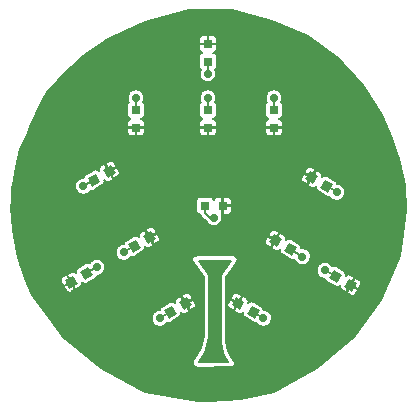
<source format=gbr>
G04 #@! TF.FileFunction,Copper,L1,Top,Signal*
%FSLAX46Y46*%
G04 Gerber Fmt 4.6, Leading zero omitted, Abs format (unit mm)*
G04 Created by KiCad (PCBNEW (2016-05-06 BZR 6776)-stable) date sáb 02 jul 2016 17:41:08 CEST*
%MOMM*%
%LPD*%
G01*
G04 APERTURE LIST*
%ADD10C,0.100000*%
%ADD11R,0.797560X0.797560*%
%ADD12C,0.711200*%
%ADD13C,0.203200*%
G04 APERTURE END LIST*
D10*
D11*
X149110700Y-94996000D03*
X150609300Y-94996000D03*
D10*
G36*
X139212177Y-100172606D02*
X139610957Y-100863314D01*
X138920249Y-101262094D01*
X138521469Y-100571386D01*
X139212177Y-100172606D01*
X139212177Y-100172606D01*
G37*
G36*
X137914351Y-100921906D02*
X138313131Y-101612614D01*
X137622423Y-102011394D01*
X137223643Y-101320686D01*
X137914351Y-100921906D01*
X137914351Y-100921906D01*
G37*
D11*
X149352000Y-82791300D03*
X149352000Y-81292700D03*
D10*
G36*
X159588343Y-101117314D02*
X159987123Y-100426606D01*
X160677831Y-100825386D01*
X160279051Y-101516094D01*
X159588343Y-101117314D01*
X159588343Y-101117314D01*
G37*
G36*
X160886169Y-101866614D02*
X161284949Y-101175906D01*
X161975657Y-101574686D01*
X161576877Y-102265394D01*
X160886169Y-101866614D01*
X160886169Y-101866614D01*
G37*
G36*
X139554036Y-93375394D02*
X139155256Y-92684686D01*
X139845964Y-92285906D01*
X140244744Y-92976614D01*
X139554036Y-93375394D01*
X139554036Y-93375394D01*
G37*
G36*
X140851862Y-92626094D02*
X140453082Y-91935386D01*
X141143790Y-91536606D01*
X141542570Y-92227314D01*
X140851862Y-92626094D01*
X140851862Y-92626094D01*
G37*
G36*
X142969123Y-98963394D02*
X142570343Y-98272686D01*
X143261051Y-97873906D01*
X143659831Y-98564614D01*
X142969123Y-98963394D01*
X142969123Y-98963394D01*
G37*
G36*
X144266949Y-98214094D02*
X143868169Y-97523386D01*
X144558877Y-97124606D01*
X144957657Y-97815314D01*
X144266949Y-98214094D01*
X144266949Y-98214094D01*
G37*
G36*
X146017123Y-104551394D02*
X145618343Y-103860686D01*
X146309051Y-103461906D01*
X146707831Y-104152614D01*
X146017123Y-104551394D01*
X146017123Y-104551394D01*
G37*
G36*
X147314949Y-103802094D02*
X146916169Y-103111386D01*
X147606877Y-102712606D01*
X148005657Y-103403314D01*
X147314949Y-103802094D01*
X147314949Y-103802094D01*
G37*
G36*
X153734570Y-103860686D02*
X153335790Y-104551394D01*
X152645082Y-104152614D01*
X153043862Y-103461906D01*
X153734570Y-103860686D01*
X153734570Y-103860686D01*
G37*
G36*
X152436744Y-103111386D02*
X152037964Y-103802094D01*
X151347256Y-103403314D01*
X151746036Y-102712606D01*
X152436744Y-103111386D01*
X152436744Y-103111386D01*
G37*
G36*
X156895657Y-98526686D02*
X156496877Y-99217394D01*
X155806169Y-98818614D01*
X156204949Y-98127906D01*
X156895657Y-98526686D01*
X156895657Y-98526686D01*
G37*
G36*
X155597831Y-97777386D02*
X155199051Y-98468094D01*
X154508343Y-98069314D01*
X154907123Y-97378606D01*
X155597831Y-97777386D01*
X155597831Y-97777386D01*
G37*
G36*
X159956357Y-93192686D02*
X159557577Y-93883394D01*
X158866869Y-93484614D01*
X159265649Y-92793906D01*
X159956357Y-93192686D01*
X159956357Y-93192686D01*
G37*
G36*
X158658531Y-92443386D02*
X158259751Y-93134094D01*
X157569043Y-92735314D01*
X157967823Y-92044606D01*
X158658531Y-92443386D01*
X158658531Y-92443386D01*
G37*
D11*
X154940000Y-86880700D03*
X154940000Y-88379300D03*
X149352000Y-86880700D03*
X149352000Y-88379300D03*
X143256000Y-86880700D03*
X143256000Y-88379300D03*
D12*
X164338000Y-101092000D03*
X149860000Y-109093000D03*
X149860000Y-110109000D03*
X149860000Y-111125000D03*
X151130000Y-89789000D03*
X152146000Y-97790000D03*
X149860000Y-106553000D03*
X150367996Y-107950000D03*
X149986990Y-103378000D03*
X149987000Y-102108000D03*
X149987000Y-100838004D03*
X149479000Y-100076000D03*
X150495006Y-100076000D03*
X149225000Y-107950000D03*
X149860000Y-96012000D03*
X149352000Y-83820000D03*
X139954000Y-100203000D03*
X159258000Y-100457000D03*
X157353000Y-99314000D03*
X143256000Y-85852000D03*
X160274000Y-93853000D03*
X149352000Y-85852000D03*
X154940000Y-85852000D03*
X142240000Y-98933000D03*
X145288000Y-104521000D03*
X154051000Y-104521000D03*
X138811000Y-93345000D03*
D13*
X149860000Y-111125000D02*
X149860000Y-110109000D01*
X149225000Y-107950000D02*
X149225000Y-107886500D01*
X149225000Y-107886500D02*
X149860000Y-107251500D01*
X149860000Y-107251500D02*
X149860000Y-106553000D01*
X149479000Y-100076000D02*
X149987000Y-100584000D01*
X149987000Y-100584000D02*
X149987000Y-102108000D01*
X149986990Y-106426010D02*
X149860000Y-106553000D01*
X149986990Y-103378000D02*
X149986990Y-106426010D01*
X149860000Y-103505000D02*
X149860000Y-106553000D01*
X149225000Y-107950000D02*
X150367996Y-107950000D01*
X150495006Y-100076000D02*
X149987000Y-100584006D01*
X149987000Y-100584006D02*
X149987000Y-100838004D01*
X149524720Y-96012000D02*
X149860000Y-96012000D01*
X149110700Y-95597980D02*
X149524720Y-96012000D01*
X149110700Y-94996000D02*
X149110700Y-95597980D01*
X149352000Y-82791300D02*
X149352000Y-83820000D01*
X139066213Y-100717350D02*
X139954000Y-100203000D01*
X160133087Y-100971350D02*
X159258000Y-100457000D01*
X156350913Y-98672650D02*
X157353000Y-99314000D01*
X143256000Y-86880700D02*
X143256000Y-85852000D01*
X159411613Y-93338650D02*
X160274000Y-93853000D01*
X149352000Y-86880700D02*
X149352000Y-85852000D01*
X154940000Y-86880700D02*
X154940000Y-85852000D01*
X143115087Y-98418650D02*
X142240000Y-98933000D01*
X146163087Y-104006650D02*
X145288000Y-104521000D01*
X153189826Y-104006650D02*
X154051000Y-104521000D01*
X139700000Y-92830650D02*
X138811000Y-93345000D01*
G36*
X154780546Y-79344545D02*
X157810201Y-80606901D01*
X160333094Y-82499070D01*
X162479824Y-84772079D01*
X164121056Y-87297051D01*
X164877572Y-89062254D01*
X165509937Y-91085825D01*
X166015090Y-93232724D01*
X166141027Y-95373658D01*
X165888247Y-97395902D01*
X165636244Y-99285925D01*
X163995513Y-102946016D01*
X161722951Y-106102353D01*
X158565242Y-108754828D01*
X154903484Y-110775109D01*
X152132222Y-111404941D01*
X149476582Y-111531400D01*
X148471644Y-111531400D01*
X144051337Y-110773633D01*
X140265201Y-108754360D01*
X137107280Y-106101707D01*
X135966601Y-104580800D01*
X144575865Y-104580800D01*
X144601043Y-104717982D01*
X144652387Y-104847661D01*
X144727941Y-104964898D01*
X144824827Y-105065226D01*
X144939355Y-105144826D01*
X145067164Y-105200664D01*
X145203384Y-105230614D01*
X145342827Y-105233535D01*
X145480181Y-105209315D01*
X145610216Y-105158878D01*
X145727977Y-105084145D01*
X145828980Y-104987961D01*
X145900011Y-104887268D01*
X145924642Y-104896539D01*
X145993753Y-104907949D01*
X146063762Y-104905657D01*
X146131980Y-104889751D01*
X146195783Y-104860842D01*
X146886491Y-104462062D01*
X146943428Y-104421262D01*
X146991312Y-104370137D01*
X147028301Y-104310653D01*
X147052976Y-104245095D01*
X147064386Y-104175984D01*
X147062094Y-104105975D01*
X147046188Y-104037757D01*
X147043559Y-104031955D01*
X147070687Y-104062889D01*
X147126259Y-104105531D01*
X147189082Y-104136512D01*
X147256743Y-104154641D01*
X147326640Y-104159222D01*
X147396088Y-104150080D01*
X147462418Y-104127564D01*
X147739116Y-103967812D01*
X147771656Y-103846373D01*
X147451616Y-103292047D01*
X147434295Y-103302047D01*
X147413857Y-103266647D01*
X147495610Y-103266647D01*
X147815650Y-103820973D01*
X147937090Y-103853512D01*
X148213788Y-103693760D01*
X148266452Y-103647575D01*
X148309094Y-103592002D01*
X148340075Y-103529179D01*
X148358205Y-103461519D01*
X148362786Y-103391622D01*
X148353643Y-103322174D01*
X148331127Y-103255844D01*
X148296103Y-103195182D01*
X148171375Y-102979147D01*
X148049936Y-102946607D01*
X147495610Y-103266647D01*
X147413857Y-103266647D01*
X147408895Y-103258053D01*
X147426216Y-103248053D01*
X147106176Y-102693727D01*
X147011380Y-102668327D01*
X147150170Y-102668327D01*
X147470210Y-103222653D01*
X148024536Y-102902613D01*
X148057075Y-102781173D01*
X147932347Y-102565138D01*
X147897324Y-102504476D01*
X147851139Y-102451811D01*
X147795567Y-102409169D01*
X147732744Y-102378188D01*
X147665083Y-102360059D01*
X147595186Y-102355478D01*
X147525738Y-102364620D01*
X147459408Y-102387136D01*
X147182710Y-102546888D01*
X147150170Y-102668327D01*
X147011380Y-102668327D01*
X146984736Y-102661188D01*
X146708038Y-102820940D01*
X146655374Y-102867125D01*
X146612732Y-102922698D01*
X146581751Y-102985521D01*
X146563621Y-103053181D01*
X146559040Y-103123078D01*
X146568183Y-103192526D01*
X146581408Y-103231484D01*
X146577699Y-103226309D01*
X146526574Y-103178425D01*
X146467090Y-103141436D01*
X146401532Y-103116761D01*
X146332421Y-103105351D01*
X146262412Y-103107643D01*
X146194194Y-103123549D01*
X146130391Y-103152458D01*
X145439683Y-103551238D01*
X145382746Y-103592038D01*
X145334862Y-103643163D01*
X145297873Y-103702647D01*
X145273198Y-103768205D01*
X145266364Y-103809601D01*
X145223230Y-103809300D01*
X145086227Y-103835435D01*
X144956910Y-103887683D01*
X144840203Y-103964053D01*
X144740553Y-104061638D01*
X144661755Y-104176719D01*
X144606811Y-104304914D01*
X144577813Y-104441340D01*
X144575865Y-104580800D01*
X135966601Y-104580800D01*
X134455856Y-102566474D01*
X134218277Y-101942827D01*
X137172225Y-101942827D01*
X137296953Y-102158862D01*
X137331976Y-102219524D01*
X137378161Y-102272189D01*
X137433733Y-102314831D01*
X137496556Y-102345812D01*
X137564217Y-102363941D01*
X137634114Y-102368522D01*
X137703562Y-102359380D01*
X137769892Y-102336864D01*
X138046590Y-102177112D01*
X138079130Y-102055673D01*
X137759090Y-101501347D01*
X137204764Y-101821387D01*
X137172225Y-101942827D01*
X134218277Y-101942827D01*
X133985724Y-101332378D01*
X136866514Y-101332378D01*
X136875657Y-101401826D01*
X136898173Y-101468156D01*
X136933197Y-101528818D01*
X137057925Y-101744853D01*
X137179364Y-101777393D01*
X137733690Y-101457353D01*
X137413650Y-100903027D01*
X137318854Y-100877627D01*
X137457644Y-100877627D01*
X137777684Y-101431953D01*
X137795005Y-101421953D01*
X137820405Y-101465947D01*
X137803084Y-101475947D01*
X138123124Y-102030273D01*
X138244564Y-102062812D01*
X138521262Y-101903060D01*
X138573926Y-101856875D01*
X138616568Y-101801302D01*
X138647549Y-101738479D01*
X138665679Y-101670819D01*
X138670260Y-101600922D01*
X138661117Y-101531474D01*
X138647892Y-101492516D01*
X138651601Y-101497691D01*
X138702726Y-101545575D01*
X138762210Y-101582564D01*
X138827768Y-101607239D01*
X138896879Y-101618649D01*
X138966888Y-101616357D01*
X139035106Y-101600451D01*
X139098909Y-101571542D01*
X139789617Y-101172762D01*
X139846554Y-101131962D01*
X139894438Y-101080837D01*
X139931427Y-101021353D01*
X139956102Y-100955795D01*
X139962908Y-100914573D01*
X140008827Y-100915535D01*
X140146181Y-100891315D01*
X140276216Y-100840878D01*
X140393977Y-100766145D01*
X140494980Y-100669961D01*
X140575377Y-100555991D01*
X140632106Y-100428576D01*
X140663006Y-100292568D01*
X140665230Y-100133263D01*
X140638140Y-99996446D01*
X140584991Y-99867496D01*
X140507807Y-99751326D01*
X140409529Y-99652360D01*
X140293901Y-99574367D01*
X140165325Y-99520319D01*
X140028700Y-99492274D01*
X139889230Y-99491300D01*
X139752227Y-99517435D01*
X139622910Y-99569683D01*
X139506203Y-99646053D01*
X139406553Y-99743638D01*
X139340039Y-99840778D01*
X139304658Y-99827461D01*
X139235547Y-99816051D01*
X139165538Y-99818343D01*
X139097320Y-99834249D01*
X139033517Y-99863158D01*
X138342809Y-100261938D01*
X138285872Y-100302738D01*
X138237988Y-100353863D01*
X138200999Y-100413347D01*
X138176324Y-100478905D01*
X138164914Y-100548016D01*
X138167206Y-100618025D01*
X138183112Y-100686243D01*
X138185741Y-100692045D01*
X138158613Y-100661111D01*
X138103041Y-100618469D01*
X138040218Y-100587488D01*
X137972557Y-100569359D01*
X137902660Y-100564778D01*
X137833212Y-100573920D01*
X137766882Y-100596436D01*
X137490184Y-100756188D01*
X137457644Y-100877627D01*
X137318854Y-100877627D01*
X137292210Y-100870488D01*
X137015512Y-101030240D01*
X136962848Y-101076425D01*
X136920206Y-101131998D01*
X136889225Y-101194821D01*
X136871095Y-101262481D01*
X136866514Y-101332378D01*
X133985724Y-101332378D01*
X133446713Y-99917475D01*
X133194529Y-98992800D01*
X141527865Y-98992800D01*
X141553043Y-99129982D01*
X141604387Y-99259661D01*
X141679941Y-99376898D01*
X141776827Y-99477226D01*
X141891355Y-99556826D01*
X142019164Y-99612664D01*
X142155384Y-99642614D01*
X142294827Y-99645535D01*
X142432181Y-99621315D01*
X142562216Y-99570878D01*
X142662760Y-99507071D01*
X148036459Y-99507071D01*
X148039810Y-99645779D01*
X148095988Y-99772645D01*
X148996400Y-101052178D01*
X148996400Y-106020596D01*
X148908482Y-106328309D01*
X148902693Y-106351491D01*
X148759751Y-107018553D01*
X148530357Y-107477341D01*
X148128853Y-108179973D01*
X148082014Y-108359603D01*
X148110308Y-108495436D01*
X148188428Y-108610102D01*
X148304483Y-108686144D01*
X148440803Y-108711986D01*
X151260203Y-108686586D01*
X151454251Y-108626877D01*
X151552464Y-108528870D01*
X151605694Y-108400739D01*
X151605840Y-108261991D01*
X151552877Y-108133749D01*
X151311157Y-107771169D01*
X151088355Y-107325564D01*
X150914100Y-106454291D01*
X150914100Y-103391622D01*
X150990127Y-103391622D01*
X150994708Y-103461519D01*
X151012838Y-103529179D01*
X151043819Y-103592002D01*
X151086461Y-103647575D01*
X151139125Y-103693760D01*
X151415823Y-103853512D01*
X151442466Y-103846373D01*
X151581257Y-103846373D01*
X151613797Y-103967812D01*
X151890495Y-104127564D01*
X151956825Y-104150080D01*
X152026273Y-104159222D01*
X152096170Y-104154641D01*
X152163831Y-104136512D01*
X152226654Y-104105531D01*
X152282226Y-104062889D01*
X152309354Y-104031955D01*
X152306725Y-104037757D01*
X152290819Y-104105975D01*
X152288527Y-104175984D01*
X152299937Y-104245095D01*
X152324612Y-104310653D01*
X152361601Y-104370137D01*
X152409485Y-104421262D01*
X152466422Y-104462062D01*
X153157130Y-104860842D01*
X153220933Y-104889751D01*
X153289151Y-104905657D01*
X153359160Y-104907949D01*
X153428271Y-104896539D01*
X153443253Y-104890900D01*
X153490941Y-104964898D01*
X153587827Y-105065226D01*
X153702355Y-105144826D01*
X153830164Y-105200664D01*
X153966384Y-105230614D01*
X154105827Y-105233535D01*
X154243181Y-105209315D01*
X154373216Y-105158878D01*
X154490977Y-105084145D01*
X154591980Y-104987961D01*
X154672377Y-104873991D01*
X154729106Y-104746576D01*
X154760006Y-104610568D01*
X154762230Y-104451263D01*
X154735140Y-104314446D01*
X154681991Y-104185496D01*
X154604807Y-104069326D01*
X154506529Y-103970360D01*
X154390901Y-103892367D01*
X154262325Y-103838319D01*
X154125700Y-103810274D01*
X154086615Y-103810001D01*
X154079715Y-103768205D01*
X154055040Y-103702647D01*
X154018051Y-103643163D01*
X153970167Y-103592038D01*
X153913230Y-103551238D01*
X153222522Y-103152458D01*
X153158719Y-103123549D01*
X153090501Y-103107643D01*
X153020492Y-103105351D01*
X152951381Y-103116761D01*
X152885823Y-103141436D01*
X152826339Y-103178425D01*
X152775214Y-103226309D01*
X152771505Y-103231484D01*
X152784730Y-103192526D01*
X152793873Y-103123078D01*
X152789292Y-103053181D01*
X152771162Y-102985521D01*
X152740181Y-102922698D01*
X152697539Y-102867125D01*
X152644875Y-102820940D01*
X152368177Y-102661188D01*
X152246737Y-102693727D01*
X151926697Y-103248053D01*
X151944018Y-103258053D01*
X151918618Y-103302047D01*
X151901297Y-103292047D01*
X151581257Y-103846373D01*
X151442466Y-103846373D01*
X151537263Y-103820973D01*
X151857303Y-103266647D01*
X151302977Y-102946607D01*
X151181538Y-102979147D01*
X151056810Y-103195182D01*
X151021786Y-103255844D01*
X150999270Y-103322174D01*
X150990127Y-103391622D01*
X150914100Y-103391622D01*
X150914100Y-102781173D01*
X151295838Y-102781173D01*
X151328377Y-102902613D01*
X151882703Y-103222653D01*
X152202743Y-102668327D01*
X152170203Y-102546888D01*
X151893505Y-102387136D01*
X151827175Y-102364620D01*
X151757727Y-102355478D01*
X151687830Y-102360059D01*
X151620169Y-102378188D01*
X151557346Y-102409169D01*
X151501774Y-102451811D01*
X151455589Y-102504476D01*
X151420566Y-102565138D01*
X151295838Y-102781173D01*
X150914100Y-102781173D01*
X150914100Y-101074692D01*
X151294480Y-100516800D01*
X158545865Y-100516800D01*
X158571043Y-100653982D01*
X158622387Y-100783661D01*
X158697941Y-100900898D01*
X158794827Y-101001226D01*
X158909355Y-101080826D01*
X159037164Y-101136664D01*
X159173384Y-101166614D01*
X159236286Y-101167932D01*
X159243198Y-101209795D01*
X159267873Y-101275353D01*
X159304862Y-101334837D01*
X159352746Y-101385962D01*
X159409683Y-101426762D01*
X160100391Y-101825542D01*
X160164194Y-101854451D01*
X160232412Y-101870357D01*
X160302421Y-101872649D01*
X160371532Y-101861239D01*
X160437090Y-101836564D01*
X160496574Y-101799575D01*
X160547699Y-101751691D01*
X160551408Y-101746516D01*
X160538183Y-101785474D01*
X160529040Y-101854922D01*
X160533621Y-101924819D01*
X160551751Y-101992479D01*
X160582732Y-102055302D01*
X160625374Y-102110875D01*
X160678038Y-102157060D01*
X160954736Y-102316812D01*
X160981379Y-102309673D01*
X161120170Y-102309673D01*
X161152710Y-102431112D01*
X161429408Y-102590864D01*
X161495738Y-102613380D01*
X161565186Y-102622522D01*
X161635083Y-102617941D01*
X161702744Y-102599812D01*
X161765567Y-102568831D01*
X161821139Y-102526189D01*
X161867324Y-102473524D01*
X161902347Y-102412862D01*
X162027075Y-102196827D01*
X161994536Y-102075387D01*
X161440210Y-101755347D01*
X161120170Y-102309673D01*
X160981379Y-102309673D01*
X161076176Y-102284273D01*
X161396216Y-101729947D01*
X161378895Y-101719947D01*
X161383856Y-101711353D01*
X161465610Y-101711353D01*
X162019936Y-102031393D01*
X162141375Y-101998853D01*
X162266103Y-101782818D01*
X162301127Y-101722156D01*
X162323643Y-101655826D01*
X162332786Y-101586378D01*
X162328205Y-101516481D01*
X162310075Y-101448821D01*
X162279094Y-101385998D01*
X162236452Y-101330425D01*
X162183788Y-101284240D01*
X161907090Y-101124488D01*
X161785650Y-101157027D01*
X161465610Y-101711353D01*
X161383856Y-101711353D01*
X161404295Y-101675953D01*
X161421616Y-101685953D01*
X161741656Y-101131627D01*
X161709116Y-101010188D01*
X161432418Y-100850436D01*
X161366088Y-100827920D01*
X161296640Y-100818778D01*
X161226743Y-100823359D01*
X161159082Y-100841488D01*
X161096259Y-100872469D01*
X161040687Y-100915111D01*
X161013559Y-100946045D01*
X161016188Y-100940243D01*
X161032094Y-100872025D01*
X161034386Y-100802016D01*
X161022976Y-100732905D01*
X160998301Y-100667347D01*
X160961312Y-100607863D01*
X160913428Y-100556738D01*
X160856491Y-100515938D01*
X160165783Y-100117158D01*
X160101980Y-100088249D01*
X160033762Y-100072343D01*
X159963753Y-100070051D01*
X159894642Y-100081461D01*
X159868843Y-100091171D01*
X159811807Y-100005326D01*
X159713529Y-99906360D01*
X159597901Y-99828367D01*
X159469325Y-99774319D01*
X159332700Y-99746274D01*
X159193230Y-99745300D01*
X159056227Y-99771435D01*
X158926910Y-99823683D01*
X158810203Y-99900053D01*
X158710553Y-99997638D01*
X158631755Y-100112719D01*
X158576811Y-100240914D01*
X158547813Y-100377340D01*
X158545865Y-100516800D01*
X151294480Y-100516800D01*
X151804806Y-99768323D01*
X151839532Y-99704082D01*
X151866600Y-99568000D01*
X151839532Y-99431918D01*
X151762447Y-99316553D01*
X151647082Y-99239468D01*
X151511000Y-99212400D01*
X148386800Y-99212400D01*
X148309021Y-99221010D01*
X148182155Y-99277188D01*
X148086443Y-99377639D01*
X148036459Y-99507071D01*
X142662760Y-99507071D01*
X142679977Y-99496145D01*
X142780980Y-99399961D01*
X142852011Y-99299268D01*
X142876642Y-99308539D01*
X142945753Y-99319949D01*
X143015762Y-99317657D01*
X143083980Y-99301751D01*
X143147783Y-99272842D01*
X143838491Y-98874062D01*
X143895428Y-98833262D01*
X143943312Y-98782137D01*
X143980301Y-98722653D01*
X144004976Y-98657095D01*
X144016386Y-98587984D01*
X144014094Y-98517975D01*
X143998188Y-98449757D01*
X143995559Y-98443955D01*
X144022687Y-98474889D01*
X144078259Y-98517531D01*
X144141082Y-98548512D01*
X144208743Y-98566641D01*
X144278640Y-98571222D01*
X144348088Y-98562080D01*
X144414418Y-98539564D01*
X144691116Y-98379812D01*
X144723656Y-98258373D01*
X144403616Y-97704047D01*
X144386295Y-97714047D01*
X144365857Y-97678647D01*
X144447610Y-97678647D01*
X144767650Y-98232973D01*
X144889090Y-98265512D01*
X145165788Y-98105760D01*
X145218452Y-98059575D01*
X145219950Y-98057622D01*
X154151214Y-98057622D01*
X154155795Y-98127519D01*
X154173925Y-98195179D01*
X154204906Y-98258002D01*
X154247548Y-98313575D01*
X154300212Y-98359760D01*
X154576910Y-98519512D01*
X154603553Y-98512373D01*
X154742344Y-98512373D01*
X154774884Y-98633812D01*
X155051582Y-98793564D01*
X155117912Y-98816080D01*
X155187360Y-98825222D01*
X155257257Y-98820641D01*
X155324918Y-98802512D01*
X155387741Y-98771531D01*
X155443313Y-98728889D01*
X155470441Y-98697955D01*
X155467812Y-98703757D01*
X155451906Y-98771975D01*
X155449614Y-98841984D01*
X155461024Y-98911095D01*
X155485699Y-98976653D01*
X155522688Y-99036137D01*
X155570572Y-99087262D01*
X155627509Y-99128062D01*
X156318217Y-99526842D01*
X156382020Y-99555751D01*
X156450238Y-99571657D01*
X156520247Y-99573949D01*
X156589358Y-99562539D01*
X156654916Y-99537864D01*
X156672385Y-99527001D01*
X156717387Y-99640661D01*
X156792941Y-99757898D01*
X156889827Y-99858226D01*
X157004355Y-99937826D01*
X157132164Y-99993664D01*
X157268384Y-100023614D01*
X157407827Y-100026535D01*
X157545181Y-100002315D01*
X157675216Y-99951878D01*
X157792977Y-99877145D01*
X157893980Y-99780961D01*
X157974377Y-99666991D01*
X158031106Y-99539576D01*
X158062006Y-99403568D01*
X158064230Y-99244263D01*
X158037140Y-99107446D01*
X157983991Y-98978496D01*
X157906807Y-98862326D01*
X157808529Y-98763360D01*
X157692901Y-98685367D01*
X157564325Y-98631319D01*
X157427700Y-98603274D01*
X157288230Y-98602300D01*
X157241066Y-98611297D01*
X157249920Y-98573325D01*
X157252212Y-98503316D01*
X157240802Y-98434205D01*
X157216127Y-98368647D01*
X157179138Y-98309163D01*
X157131254Y-98258038D01*
X157074317Y-98217238D01*
X156383609Y-97818458D01*
X156319806Y-97789549D01*
X156251588Y-97773643D01*
X156181579Y-97771351D01*
X156112468Y-97782761D01*
X156046910Y-97807436D01*
X155987426Y-97844425D01*
X155936301Y-97892309D01*
X155932592Y-97897484D01*
X155945817Y-97858526D01*
X155954960Y-97789078D01*
X155950379Y-97719181D01*
X155932249Y-97651521D01*
X155901268Y-97588698D01*
X155858626Y-97533125D01*
X155805962Y-97486940D01*
X155529264Y-97327188D01*
X155407824Y-97359727D01*
X155087784Y-97914053D01*
X155105105Y-97924053D01*
X155079705Y-97968047D01*
X155062384Y-97958047D01*
X154742344Y-98512373D01*
X154603553Y-98512373D01*
X154698350Y-98486973D01*
X155018390Y-97932647D01*
X154464064Y-97612607D01*
X154342625Y-97645147D01*
X154217897Y-97861182D01*
X154182873Y-97921844D01*
X154160357Y-97988174D01*
X154151214Y-98057622D01*
X145219950Y-98057622D01*
X145261094Y-98004002D01*
X145292075Y-97941179D01*
X145310205Y-97873519D01*
X145314786Y-97803622D01*
X145305643Y-97734174D01*
X145283127Y-97667844D01*
X145248103Y-97607182D01*
X145155722Y-97447173D01*
X154456925Y-97447173D01*
X154489464Y-97568613D01*
X155043790Y-97888653D01*
X155363830Y-97334327D01*
X155331290Y-97212888D01*
X155054592Y-97053136D01*
X154988262Y-97030620D01*
X154918814Y-97021478D01*
X154848917Y-97026059D01*
X154781256Y-97044188D01*
X154718433Y-97075169D01*
X154662861Y-97117811D01*
X154616676Y-97170476D01*
X154581653Y-97231138D01*
X154456925Y-97447173D01*
X145155722Y-97447173D01*
X145123375Y-97391147D01*
X145001936Y-97358607D01*
X144447610Y-97678647D01*
X144365857Y-97678647D01*
X144360895Y-97670053D01*
X144378216Y-97660053D01*
X144058176Y-97105727D01*
X143963380Y-97080327D01*
X144102170Y-97080327D01*
X144422210Y-97634653D01*
X144976536Y-97314613D01*
X145009075Y-97193173D01*
X144884347Y-96977138D01*
X144849324Y-96916476D01*
X144803139Y-96863811D01*
X144747567Y-96821169D01*
X144684744Y-96790188D01*
X144617083Y-96772059D01*
X144547186Y-96767478D01*
X144477738Y-96776620D01*
X144411408Y-96799136D01*
X144134710Y-96958888D01*
X144102170Y-97080327D01*
X143963380Y-97080327D01*
X143936736Y-97073188D01*
X143660038Y-97232940D01*
X143607374Y-97279125D01*
X143564732Y-97334698D01*
X143533751Y-97397521D01*
X143515621Y-97465181D01*
X143511040Y-97535078D01*
X143520183Y-97604526D01*
X143533408Y-97643484D01*
X143529699Y-97638309D01*
X143478574Y-97590425D01*
X143419090Y-97553436D01*
X143353532Y-97528761D01*
X143284421Y-97517351D01*
X143214412Y-97519643D01*
X143146194Y-97535549D01*
X143082391Y-97564458D01*
X142391683Y-97963238D01*
X142334746Y-98004038D01*
X142286862Y-98055163D01*
X142249873Y-98114647D01*
X142225198Y-98180205D01*
X142218364Y-98221601D01*
X142175230Y-98221300D01*
X142038227Y-98247435D01*
X141908910Y-98299683D01*
X141792203Y-98376053D01*
X141692553Y-98473638D01*
X141613755Y-98588719D01*
X141558811Y-98716914D01*
X141529813Y-98853340D01*
X141527865Y-98992800D01*
X133194529Y-98992800D01*
X133068373Y-98530230D01*
X132816041Y-97016237D01*
X132689826Y-95123000D01*
X132724877Y-94597220D01*
X148354600Y-94597220D01*
X148354600Y-95394780D01*
X148361466Y-95464490D01*
X148381799Y-95531520D01*
X148414819Y-95593296D01*
X148459257Y-95647443D01*
X148513404Y-95691881D01*
X148575180Y-95724901D01*
X148642210Y-95745234D01*
X148680752Y-95749030D01*
X148686196Y-95767770D01*
X148687305Y-95769909D01*
X148687998Y-95772205D01*
X148707815Y-95809476D01*
X148727260Y-95846989D01*
X148728758Y-95848865D01*
X148729888Y-95850991D01*
X148756617Y-95883764D01*
X148782928Y-95916723D01*
X148786223Y-95920065D01*
X148786284Y-95920139D01*
X148786353Y-95920196D01*
X148787411Y-95921269D01*
X149201431Y-96335289D01*
X149234064Y-96362095D01*
X149245877Y-96372007D01*
X149299941Y-96455898D01*
X149396827Y-96556226D01*
X149511355Y-96635826D01*
X149639164Y-96691664D01*
X149775384Y-96721614D01*
X149914827Y-96724535D01*
X150052181Y-96700315D01*
X150182216Y-96649878D01*
X150299977Y-96575145D01*
X150400980Y-96478961D01*
X150481377Y-96364991D01*
X150538106Y-96237576D01*
X150569006Y-96101568D01*
X150571230Y-95942263D01*
X150544140Y-95805446D01*
X150513726Y-95731654D01*
X150583900Y-95661480D01*
X150583900Y-95021400D01*
X150634700Y-95021400D01*
X150634700Y-95661480D01*
X150723600Y-95750380D01*
X151043104Y-95750380D01*
X151111805Y-95736714D01*
X151176520Y-95709908D01*
X151234762Y-95670992D01*
X151284293Y-95621461D01*
X151323209Y-95563219D01*
X151350015Y-95498504D01*
X151363680Y-95429803D01*
X151363680Y-95110300D01*
X151274780Y-95021400D01*
X150634700Y-95021400D01*
X150583900Y-95021400D01*
X150563900Y-95021400D01*
X150563900Y-94970600D01*
X150583900Y-94970600D01*
X150583900Y-94330520D01*
X150634700Y-94330520D01*
X150634700Y-94970600D01*
X151274780Y-94970600D01*
X151363680Y-94881700D01*
X151363680Y-94562197D01*
X151350015Y-94493496D01*
X151323209Y-94428781D01*
X151284293Y-94370539D01*
X151234762Y-94321008D01*
X151176520Y-94282092D01*
X151111805Y-94255286D01*
X151043104Y-94241620D01*
X150723600Y-94241620D01*
X150634700Y-94330520D01*
X150583900Y-94330520D01*
X150495000Y-94241620D01*
X150175496Y-94241620D01*
X150106795Y-94255286D01*
X150042080Y-94282092D01*
X149983838Y-94321008D01*
X149934307Y-94370539D01*
X149895391Y-94428781D01*
X149868585Y-94493496D01*
X149860558Y-94533850D01*
X149859934Y-94527510D01*
X149839601Y-94460480D01*
X149806581Y-94398704D01*
X149762143Y-94344557D01*
X149707996Y-94300119D01*
X149646220Y-94267099D01*
X149579190Y-94246766D01*
X149509480Y-94239900D01*
X148711920Y-94239900D01*
X148642210Y-94246766D01*
X148575180Y-94267099D01*
X148513404Y-94300119D01*
X148459257Y-94344557D01*
X148414819Y-94398704D01*
X148381799Y-94460480D01*
X148361466Y-94527510D01*
X148354600Y-94597220D01*
X132724877Y-94597220D01*
X132804371Y-93404800D01*
X138098865Y-93404800D01*
X138124043Y-93541982D01*
X138175387Y-93671661D01*
X138250941Y-93788898D01*
X138347827Y-93889226D01*
X138462355Y-93968826D01*
X138590164Y-94024664D01*
X138726384Y-94054614D01*
X138865827Y-94057535D01*
X139003181Y-94033315D01*
X139133216Y-93982878D01*
X139250977Y-93908145D01*
X139351980Y-93811961D01*
X139425930Y-93707130D01*
X139461555Y-93720539D01*
X139530666Y-93731949D01*
X139600675Y-93729657D01*
X139668893Y-93713751D01*
X139732696Y-93684842D01*
X140423404Y-93286062D01*
X140480341Y-93245262D01*
X140528225Y-93194137D01*
X140565214Y-93134653D01*
X140589889Y-93069095D01*
X140601299Y-92999984D01*
X140599007Y-92929975D01*
X140583101Y-92861757D01*
X140580472Y-92855955D01*
X140607600Y-92886889D01*
X140663172Y-92929531D01*
X140725995Y-92960512D01*
X140793656Y-92978641D01*
X140863553Y-92983222D01*
X140933001Y-92974080D01*
X140999331Y-92951564D01*
X141276029Y-92791812D01*
X141294300Y-92723622D01*
X157211914Y-92723622D01*
X157216495Y-92793519D01*
X157234625Y-92861179D01*
X157265606Y-92924002D01*
X157308248Y-92979575D01*
X157360912Y-93025760D01*
X157637610Y-93185512D01*
X157664253Y-93178373D01*
X157803044Y-93178373D01*
X157835584Y-93299812D01*
X158112282Y-93459564D01*
X158178612Y-93482080D01*
X158248060Y-93491222D01*
X158317957Y-93486641D01*
X158385618Y-93468512D01*
X158448441Y-93437531D01*
X158504013Y-93394889D01*
X158531141Y-93363955D01*
X158528512Y-93369757D01*
X158512606Y-93437975D01*
X158510314Y-93507984D01*
X158521724Y-93577095D01*
X158546399Y-93642653D01*
X158583388Y-93702137D01*
X158631272Y-93753262D01*
X158688209Y-93794062D01*
X159378917Y-94192842D01*
X159442720Y-94221751D01*
X159510938Y-94237657D01*
X159580947Y-94239949D01*
X159650058Y-94228539D01*
X159666016Y-94222533D01*
X159713941Y-94296898D01*
X159810827Y-94397226D01*
X159925355Y-94476826D01*
X160053164Y-94532664D01*
X160189384Y-94562614D01*
X160328827Y-94565535D01*
X160466181Y-94541315D01*
X160596216Y-94490878D01*
X160713977Y-94416145D01*
X160814980Y-94319961D01*
X160895377Y-94205991D01*
X160952106Y-94078576D01*
X160983006Y-93942568D01*
X160985230Y-93783263D01*
X160958140Y-93646446D01*
X160904991Y-93517496D01*
X160827807Y-93401326D01*
X160729529Y-93302360D01*
X160613901Y-93224367D01*
X160485325Y-93170319D01*
X160348700Y-93142274D01*
X160308401Y-93141993D01*
X160301502Y-93100205D01*
X160276827Y-93034647D01*
X160239838Y-92975163D01*
X160191954Y-92924038D01*
X160135017Y-92883238D01*
X159444309Y-92484458D01*
X159380506Y-92455549D01*
X159312288Y-92439643D01*
X159242279Y-92437351D01*
X159173168Y-92448761D01*
X159107610Y-92473436D01*
X159048126Y-92510425D01*
X158997001Y-92558309D01*
X158993292Y-92563484D01*
X159006517Y-92524526D01*
X159015660Y-92455078D01*
X159011079Y-92385181D01*
X158992949Y-92317521D01*
X158961968Y-92254698D01*
X158919326Y-92199125D01*
X158866662Y-92152940D01*
X158589964Y-91993188D01*
X158468524Y-92025727D01*
X158148484Y-92580053D01*
X158165805Y-92590053D01*
X158140405Y-92634047D01*
X158123084Y-92624047D01*
X157803044Y-93178373D01*
X157664253Y-93178373D01*
X157759050Y-93152973D01*
X158079090Y-92598647D01*
X157524764Y-92278607D01*
X157403325Y-92311147D01*
X157278597Y-92527182D01*
X157243573Y-92587844D01*
X157221057Y-92654174D01*
X157211914Y-92723622D01*
X141294300Y-92723622D01*
X141308569Y-92670373D01*
X140988529Y-92116047D01*
X140971208Y-92126047D01*
X140950770Y-92090647D01*
X141032523Y-92090647D01*
X141352563Y-92644973D01*
X141474003Y-92677512D01*
X141750701Y-92517760D01*
X141803365Y-92471575D01*
X141846007Y-92416002D01*
X141876988Y-92353179D01*
X141895118Y-92285519D01*
X141899699Y-92215622D01*
X141890556Y-92146174D01*
X141879354Y-92113173D01*
X157517625Y-92113173D01*
X157550164Y-92234613D01*
X158104490Y-92554653D01*
X158424530Y-92000327D01*
X158391990Y-91878888D01*
X158115292Y-91719136D01*
X158048962Y-91696620D01*
X157979514Y-91687478D01*
X157909617Y-91692059D01*
X157841956Y-91710188D01*
X157779133Y-91741169D01*
X157723561Y-91783811D01*
X157677376Y-91836476D01*
X157642353Y-91897138D01*
X157517625Y-92113173D01*
X141879354Y-92113173D01*
X141868040Y-92079844D01*
X141833016Y-92019182D01*
X141708288Y-91803147D01*
X141586849Y-91770607D01*
X141032523Y-92090647D01*
X140950770Y-92090647D01*
X140945808Y-92082053D01*
X140963129Y-92072053D01*
X140643089Y-91517727D01*
X140548293Y-91492327D01*
X140687083Y-91492327D01*
X141007123Y-92046653D01*
X141561449Y-91726613D01*
X141593988Y-91605173D01*
X141469260Y-91389138D01*
X141434237Y-91328476D01*
X141388052Y-91275811D01*
X141332480Y-91233169D01*
X141269657Y-91202188D01*
X141201996Y-91184059D01*
X141132099Y-91179478D01*
X141062651Y-91188620D01*
X140996321Y-91211136D01*
X140719623Y-91370888D01*
X140687083Y-91492327D01*
X140548293Y-91492327D01*
X140521649Y-91485188D01*
X140244951Y-91644940D01*
X140192287Y-91691125D01*
X140149645Y-91746698D01*
X140118664Y-91809521D01*
X140100534Y-91877181D01*
X140095953Y-91947078D01*
X140105096Y-92016526D01*
X140118321Y-92055484D01*
X140114612Y-92050309D01*
X140063487Y-92002425D01*
X140004003Y-91965436D01*
X139938445Y-91940761D01*
X139869334Y-91929351D01*
X139799325Y-91931643D01*
X139731107Y-91947549D01*
X139667304Y-91976458D01*
X138976596Y-92375238D01*
X138919659Y-92416038D01*
X138871775Y-92467163D01*
X138834786Y-92526647D01*
X138810111Y-92592205D01*
X138803261Y-92633698D01*
X138746230Y-92633300D01*
X138609227Y-92659435D01*
X138479910Y-92711683D01*
X138363203Y-92788053D01*
X138263553Y-92885638D01*
X138184755Y-93000719D01*
X138129811Y-93128914D01*
X138100813Y-93265340D01*
X138098865Y-93404800D01*
X132804371Y-93404800D01*
X132816041Y-93229763D01*
X133068552Y-91714696D01*
X133446322Y-90203618D01*
X134077493Y-88815042D01*
X134079333Y-88810733D01*
X134206186Y-88493600D01*
X142501620Y-88493600D01*
X142501620Y-88813104D01*
X142515286Y-88881805D01*
X142542092Y-88946520D01*
X142581008Y-89004762D01*
X142630539Y-89054293D01*
X142688781Y-89093209D01*
X142753496Y-89120015D01*
X142822197Y-89133680D01*
X143141700Y-89133680D01*
X143230600Y-89044780D01*
X143230600Y-88404700D01*
X143281400Y-88404700D01*
X143281400Y-89044780D01*
X143370300Y-89133680D01*
X143689803Y-89133680D01*
X143758504Y-89120015D01*
X143823219Y-89093209D01*
X143881461Y-89054293D01*
X143930992Y-89004762D01*
X143969908Y-88946520D01*
X143996714Y-88881805D01*
X144010380Y-88813104D01*
X144010380Y-88493600D01*
X148597620Y-88493600D01*
X148597620Y-88813104D01*
X148611286Y-88881805D01*
X148638092Y-88946520D01*
X148677008Y-89004762D01*
X148726539Y-89054293D01*
X148784781Y-89093209D01*
X148849496Y-89120015D01*
X148918197Y-89133680D01*
X149237700Y-89133680D01*
X149326600Y-89044780D01*
X149326600Y-88404700D01*
X149377400Y-88404700D01*
X149377400Y-89044780D01*
X149466300Y-89133680D01*
X149785803Y-89133680D01*
X149854504Y-89120015D01*
X149919219Y-89093209D01*
X149977461Y-89054293D01*
X150026992Y-89004762D01*
X150065908Y-88946520D01*
X150092714Y-88881805D01*
X150106380Y-88813104D01*
X150106380Y-88493600D01*
X154185620Y-88493600D01*
X154185620Y-88813104D01*
X154199286Y-88881805D01*
X154226092Y-88946520D01*
X154265008Y-89004762D01*
X154314539Y-89054293D01*
X154372781Y-89093209D01*
X154437496Y-89120015D01*
X154506197Y-89133680D01*
X154825700Y-89133680D01*
X154914600Y-89044780D01*
X154914600Y-88404700D01*
X154965400Y-88404700D01*
X154965400Y-89044780D01*
X155054300Y-89133680D01*
X155373803Y-89133680D01*
X155442504Y-89120015D01*
X155507219Y-89093209D01*
X155565461Y-89054293D01*
X155614992Y-89004762D01*
X155653908Y-88946520D01*
X155680714Y-88881805D01*
X155694380Y-88813104D01*
X155694380Y-88493600D01*
X155605480Y-88404700D01*
X154965400Y-88404700D01*
X154914600Y-88404700D01*
X154274520Y-88404700D01*
X154185620Y-88493600D01*
X150106380Y-88493600D01*
X150017480Y-88404700D01*
X149377400Y-88404700D01*
X149326600Y-88404700D01*
X148686520Y-88404700D01*
X148597620Y-88493600D01*
X144010380Y-88493600D01*
X143921480Y-88404700D01*
X143281400Y-88404700D01*
X143230600Y-88404700D01*
X142590520Y-88404700D01*
X142501620Y-88493600D01*
X134206186Y-88493600D01*
X134585323Y-87545758D01*
X135148531Y-86481920D01*
X142499900Y-86481920D01*
X142499900Y-87279480D01*
X142506766Y-87349190D01*
X142527099Y-87416220D01*
X142560119Y-87477996D01*
X142604557Y-87532143D01*
X142658704Y-87576581D01*
X142720480Y-87609601D01*
X142787510Y-87629934D01*
X142793850Y-87630558D01*
X142753496Y-87638585D01*
X142688781Y-87665391D01*
X142630539Y-87704307D01*
X142581008Y-87753838D01*
X142542092Y-87812080D01*
X142515286Y-87876795D01*
X142501620Y-87945496D01*
X142501620Y-88265000D01*
X142590520Y-88353900D01*
X143230600Y-88353900D01*
X143230600Y-88333900D01*
X143281400Y-88333900D01*
X143281400Y-88353900D01*
X143921480Y-88353900D01*
X144010380Y-88265000D01*
X144010380Y-87945496D01*
X143996714Y-87876795D01*
X143969908Y-87812080D01*
X143930992Y-87753838D01*
X143881461Y-87704307D01*
X143823219Y-87665391D01*
X143758504Y-87638585D01*
X143718150Y-87630558D01*
X143724490Y-87629934D01*
X143791520Y-87609601D01*
X143853296Y-87576581D01*
X143907443Y-87532143D01*
X143951881Y-87477996D01*
X143984901Y-87416220D01*
X144005234Y-87349190D01*
X144012100Y-87279480D01*
X144012100Y-86481920D01*
X148595900Y-86481920D01*
X148595900Y-87279480D01*
X148602766Y-87349190D01*
X148623099Y-87416220D01*
X148656119Y-87477996D01*
X148700557Y-87532143D01*
X148754704Y-87576581D01*
X148816480Y-87609601D01*
X148883510Y-87629934D01*
X148889850Y-87630558D01*
X148849496Y-87638585D01*
X148784781Y-87665391D01*
X148726539Y-87704307D01*
X148677008Y-87753838D01*
X148638092Y-87812080D01*
X148611286Y-87876795D01*
X148597620Y-87945496D01*
X148597620Y-88265000D01*
X148686520Y-88353900D01*
X149326600Y-88353900D01*
X149326600Y-88333900D01*
X149377400Y-88333900D01*
X149377400Y-88353900D01*
X150017480Y-88353900D01*
X150106380Y-88265000D01*
X150106380Y-87945496D01*
X150092714Y-87876795D01*
X150065908Y-87812080D01*
X150026992Y-87753838D01*
X149977461Y-87704307D01*
X149919219Y-87665391D01*
X149854504Y-87638585D01*
X149814150Y-87630558D01*
X149820490Y-87629934D01*
X149887520Y-87609601D01*
X149949296Y-87576581D01*
X150003443Y-87532143D01*
X150047881Y-87477996D01*
X150080901Y-87416220D01*
X150101234Y-87349190D01*
X150108100Y-87279480D01*
X150108100Y-86481920D01*
X154183900Y-86481920D01*
X154183900Y-87279480D01*
X154190766Y-87349190D01*
X154211099Y-87416220D01*
X154244119Y-87477996D01*
X154288557Y-87532143D01*
X154342704Y-87576581D01*
X154404480Y-87609601D01*
X154471510Y-87629934D01*
X154477850Y-87630558D01*
X154437496Y-87638585D01*
X154372781Y-87665391D01*
X154314539Y-87704307D01*
X154265008Y-87753838D01*
X154226092Y-87812080D01*
X154199286Y-87876795D01*
X154185620Y-87945496D01*
X154185620Y-88265000D01*
X154274520Y-88353900D01*
X154914600Y-88353900D01*
X154914600Y-88333900D01*
X154965400Y-88333900D01*
X154965400Y-88353900D01*
X155605480Y-88353900D01*
X155694380Y-88265000D01*
X155694380Y-87945496D01*
X155680714Y-87876795D01*
X155653908Y-87812080D01*
X155614992Y-87753838D01*
X155565461Y-87704307D01*
X155507219Y-87665391D01*
X155442504Y-87638585D01*
X155402150Y-87630558D01*
X155408490Y-87629934D01*
X155475520Y-87609601D01*
X155537296Y-87576581D01*
X155591443Y-87532143D01*
X155635881Y-87477996D01*
X155668901Y-87416220D01*
X155689234Y-87349190D01*
X155696100Y-87279480D01*
X155696100Y-86481920D01*
X155689234Y-86412210D01*
X155668901Y-86345180D01*
X155635881Y-86283404D01*
X155591443Y-86229257D01*
X155561510Y-86204692D01*
X155618106Y-86077576D01*
X155649006Y-85941568D01*
X155651230Y-85782263D01*
X155624140Y-85645446D01*
X155570991Y-85516496D01*
X155493807Y-85400326D01*
X155395529Y-85301360D01*
X155279901Y-85223367D01*
X155151325Y-85169319D01*
X155014700Y-85141274D01*
X154875230Y-85140300D01*
X154738227Y-85166435D01*
X154608910Y-85218683D01*
X154492203Y-85295053D01*
X154392553Y-85392638D01*
X154313755Y-85507719D01*
X154258811Y-85635914D01*
X154229813Y-85772340D01*
X154227865Y-85911800D01*
X154253043Y-86048982D01*
X154304387Y-86178661D01*
X154320238Y-86203257D01*
X154288557Y-86229257D01*
X154244119Y-86283404D01*
X154211099Y-86345180D01*
X154190766Y-86412210D01*
X154183900Y-86481920D01*
X150108100Y-86481920D01*
X150101234Y-86412210D01*
X150080901Y-86345180D01*
X150047881Y-86283404D01*
X150003443Y-86229257D01*
X149973510Y-86204692D01*
X150030106Y-86077576D01*
X150061006Y-85941568D01*
X150063230Y-85782263D01*
X150036140Y-85645446D01*
X149982991Y-85516496D01*
X149905807Y-85400326D01*
X149807529Y-85301360D01*
X149691901Y-85223367D01*
X149563325Y-85169319D01*
X149426700Y-85141274D01*
X149287230Y-85140300D01*
X149150227Y-85166435D01*
X149020910Y-85218683D01*
X148904203Y-85295053D01*
X148804553Y-85392638D01*
X148725755Y-85507719D01*
X148670811Y-85635914D01*
X148641813Y-85772340D01*
X148639865Y-85911800D01*
X148665043Y-86048982D01*
X148716387Y-86178661D01*
X148732238Y-86203257D01*
X148700557Y-86229257D01*
X148656119Y-86283404D01*
X148623099Y-86345180D01*
X148602766Y-86412210D01*
X148595900Y-86481920D01*
X144012100Y-86481920D01*
X144005234Y-86412210D01*
X143984901Y-86345180D01*
X143951881Y-86283404D01*
X143907443Y-86229257D01*
X143877510Y-86204692D01*
X143934106Y-86077576D01*
X143965006Y-85941568D01*
X143967230Y-85782263D01*
X143940140Y-85645446D01*
X143886991Y-85516496D01*
X143809807Y-85400326D01*
X143711529Y-85301360D01*
X143595901Y-85223367D01*
X143467325Y-85169319D01*
X143330700Y-85141274D01*
X143191230Y-85140300D01*
X143054227Y-85166435D01*
X142924910Y-85218683D01*
X142808203Y-85295053D01*
X142708553Y-85392638D01*
X142629755Y-85507719D01*
X142574811Y-85635914D01*
X142545813Y-85772340D01*
X142543865Y-85911800D01*
X142569043Y-86048982D01*
X142620387Y-86178661D01*
X142636238Y-86203257D01*
X142604557Y-86229257D01*
X142560119Y-86283404D01*
X142527099Y-86345180D01*
X142506766Y-86412210D01*
X142499900Y-86481920D01*
X135148531Y-86481920D01*
X135719614Y-85403209D01*
X137231998Y-83764793D01*
X138709830Y-82392520D01*
X148595900Y-82392520D01*
X148595900Y-83190080D01*
X148602766Y-83259790D01*
X148623099Y-83326820D01*
X148656119Y-83388596D01*
X148700557Y-83442743D01*
X148731145Y-83467847D01*
X148725755Y-83475719D01*
X148670811Y-83603914D01*
X148641813Y-83740340D01*
X148639865Y-83879800D01*
X148665043Y-84016982D01*
X148716387Y-84146661D01*
X148791941Y-84263898D01*
X148888827Y-84364226D01*
X149003355Y-84443826D01*
X149131164Y-84499664D01*
X149267384Y-84529614D01*
X149406827Y-84532535D01*
X149544181Y-84508315D01*
X149674216Y-84457878D01*
X149791977Y-84383145D01*
X149892980Y-84286961D01*
X149973377Y-84172991D01*
X150030106Y-84045576D01*
X150061006Y-83909568D01*
X150063230Y-83750263D01*
X150036140Y-83613446D01*
X149982991Y-83484496D01*
X149972256Y-83468338D01*
X150003443Y-83442743D01*
X150047881Y-83388596D01*
X150080901Y-83326820D01*
X150101234Y-83259790D01*
X150108100Y-83190080D01*
X150108100Y-82392520D01*
X150101234Y-82322810D01*
X150080901Y-82255780D01*
X150047881Y-82194004D01*
X150003443Y-82139857D01*
X149949296Y-82095419D01*
X149887520Y-82062399D01*
X149820490Y-82042066D01*
X149814150Y-82041442D01*
X149854504Y-82033415D01*
X149919219Y-82006609D01*
X149977461Y-81967693D01*
X150026992Y-81918162D01*
X150065908Y-81859920D01*
X150092714Y-81795205D01*
X150106380Y-81726504D01*
X150106380Y-81407000D01*
X150017480Y-81318100D01*
X149377400Y-81318100D01*
X149377400Y-81338100D01*
X149326600Y-81338100D01*
X149326600Y-81318100D01*
X148686520Y-81318100D01*
X148597620Y-81407000D01*
X148597620Y-81726504D01*
X148611286Y-81795205D01*
X148638092Y-81859920D01*
X148677008Y-81918162D01*
X148726539Y-81967693D01*
X148784781Y-82006609D01*
X148849496Y-82033415D01*
X148889850Y-82041442D01*
X148883510Y-82042066D01*
X148816480Y-82062399D01*
X148754704Y-82095419D01*
X148700557Y-82139857D01*
X148656119Y-82194004D01*
X148623099Y-82255780D01*
X148602766Y-82322810D01*
X148595900Y-82392520D01*
X138709830Y-82392520D01*
X139001152Y-82122007D01*
X140892006Y-80861437D01*
X140897781Y-80858896D01*
X148597620Y-80858896D01*
X148597620Y-81178400D01*
X148686520Y-81267300D01*
X149326600Y-81267300D01*
X149326600Y-80627220D01*
X149377400Y-80627220D01*
X149377400Y-81267300D01*
X150017480Y-81267300D01*
X150106380Y-81178400D01*
X150106380Y-80858896D01*
X150092714Y-80790195D01*
X150065908Y-80725480D01*
X150026992Y-80667238D01*
X149977461Y-80617707D01*
X149919219Y-80578791D01*
X149854504Y-80551985D01*
X149785803Y-80538320D01*
X149466300Y-80538320D01*
X149377400Y-80627220D01*
X149326600Y-80627220D01*
X149237700Y-80538320D01*
X148918197Y-80538320D01*
X148849496Y-80551985D01*
X148784781Y-80578791D01*
X148726539Y-80617707D01*
X148677008Y-80667238D01*
X148638092Y-80725480D01*
X148611286Y-80790195D01*
X148597620Y-80858896D01*
X140897781Y-80858896D01*
X144052146Y-79470976D01*
X147714758Y-78460600D01*
X151371045Y-78460600D01*
X154780546Y-79344545D01*
X154780546Y-79344545D01*
G37*
X154780546Y-79344545D02*
X157810201Y-80606901D01*
X160333094Y-82499070D01*
X162479824Y-84772079D01*
X164121056Y-87297051D01*
X164877572Y-89062254D01*
X165509937Y-91085825D01*
X166015090Y-93232724D01*
X166141027Y-95373658D01*
X165888247Y-97395902D01*
X165636244Y-99285925D01*
X163995513Y-102946016D01*
X161722951Y-106102353D01*
X158565242Y-108754828D01*
X154903484Y-110775109D01*
X152132222Y-111404941D01*
X149476582Y-111531400D01*
X148471644Y-111531400D01*
X144051337Y-110773633D01*
X140265201Y-108754360D01*
X137107280Y-106101707D01*
X135966601Y-104580800D01*
X144575865Y-104580800D01*
X144601043Y-104717982D01*
X144652387Y-104847661D01*
X144727941Y-104964898D01*
X144824827Y-105065226D01*
X144939355Y-105144826D01*
X145067164Y-105200664D01*
X145203384Y-105230614D01*
X145342827Y-105233535D01*
X145480181Y-105209315D01*
X145610216Y-105158878D01*
X145727977Y-105084145D01*
X145828980Y-104987961D01*
X145900011Y-104887268D01*
X145924642Y-104896539D01*
X145993753Y-104907949D01*
X146063762Y-104905657D01*
X146131980Y-104889751D01*
X146195783Y-104860842D01*
X146886491Y-104462062D01*
X146943428Y-104421262D01*
X146991312Y-104370137D01*
X147028301Y-104310653D01*
X147052976Y-104245095D01*
X147064386Y-104175984D01*
X147062094Y-104105975D01*
X147046188Y-104037757D01*
X147043559Y-104031955D01*
X147070687Y-104062889D01*
X147126259Y-104105531D01*
X147189082Y-104136512D01*
X147256743Y-104154641D01*
X147326640Y-104159222D01*
X147396088Y-104150080D01*
X147462418Y-104127564D01*
X147739116Y-103967812D01*
X147771656Y-103846373D01*
X147451616Y-103292047D01*
X147434295Y-103302047D01*
X147413857Y-103266647D01*
X147495610Y-103266647D01*
X147815650Y-103820973D01*
X147937090Y-103853512D01*
X148213788Y-103693760D01*
X148266452Y-103647575D01*
X148309094Y-103592002D01*
X148340075Y-103529179D01*
X148358205Y-103461519D01*
X148362786Y-103391622D01*
X148353643Y-103322174D01*
X148331127Y-103255844D01*
X148296103Y-103195182D01*
X148171375Y-102979147D01*
X148049936Y-102946607D01*
X147495610Y-103266647D01*
X147413857Y-103266647D01*
X147408895Y-103258053D01*
X147426216Y-103248053D01*
X147106176Y-102693727D01*
X147011380Y-102668327D01*
X147150170Y-102668327D01*
X147470210Y-103222653D01*
X148024536Y-102902613D01*
X148057075Y-102781173D01*
X147932347Y-102565138D01*
X147897324Y-102504476D01*
X147851139Y-102451811D01*
X147795567Y-102409169D01*
X147732744Y-102378188D01*
X147665083Y-102360059D01*
X147595186Y-102355478D01*
X147525738Y-102364620D01*
X147459408Y-102387136D01*
X147182710Y-102546888D01*
X147150170Y-102668327D01*
X147011380Y-102668327D01*
X146984736Y-102661188D01*
X146708038Y-102820940D01*
X146655374Y-102867125D01*
X146612732Y-102922698D01*
X146581751Y-102985521D01*
X146563621Y-103053181D01*
X146559040Y-103123078D01*
X146568183Y-103192526D01*
X146581408Y-103231484D01*
X146577699Y-103226309D01*
X146526574Y-103178425D01*
X146467090Y-103141436D01*
X146401532Y-103116761D01*
X146332421Y-103105351D01*
X146262412Y-103107643D01*
X146194194Y-103123549D01*
X146130391Y-103152458D01*
X145439683Y-103551238D01*
X145382746Y-103592038D01*
X145334862Y-103643163D01*
X145297873Y-103702647D01*
X145273198Y-103768205D01*
X145266364Y-103809601D01*
X145223230Y-103809300D01*
X145086227Y-103835435D01*
X144956910Y-103887683D01*
X144840203Y-103964053D01*
X144740553Y-104061638D01*
X144661755Y-104176719D01*
X144606811Y-104304914D01*
X144577813Y-104441340D01*
X144575865Y-104580800D01*
X135966601Y-104580800D01*
X134455856Y-102566474D01*
X134218277Y-101942827D01*
X137172225Y-101942827D01*
X137296953Y-102158862D01*
X137331976Y-102219524D01*
X137378161Y-102272189D01*
X137433733Y-102314831D01*
X137496556Y-102345812D01*
X137564217Y-102363941D01*
X137634114Y-102368522D01*
X137703562Y-102359380D01*
X137769892Y-102336864D01*
X138046590Y-102177112D01*
X138079130Y-102055673D01*
X137759090Y-101501347D01*
X137204764Y-101821387D01*
X137172225Y-101942827D01*
X134218277Y-101942827D01*
X133985724Y-101332378D01*
X136866514Y-101332378D01*
X136875657Y-101401826D01*
X136898173Y-101468156D01*
X136933197Y-101528818D01*
X137057925Y-101744853D01*
X137179364Y-101777393D01*
X137733690Y-101457353D01*
X137413650Y-100903027D01*
X137318854Y-100877627D01*
X137457644Y-100877627D01*
X137777684Y-101431953D01*
X137795005Y-101421953D01*
X137820405Y-101465947D01*
X137803084Y-101475947D01*
X138123124Y-102030273D01*
X138244564Y-102062812D01*
X138521262Y-101903060D01*
X138573926Y-101856875D01*
X138616568Y-101801302D01*
X138647549Y-101738479D01*
X138665679Y-101670819D01*
X138670260Y-101600922D01*
X138661117Y-101531474D01*
X138647892Y-101492516D01*
X138651601Y-101497691D01*
X138702726Y-101545575D01*
X138762210Y-101582564D01*
X138827768Y-101607239D01*
X138896879Y-101618649D01*
X138966888Y-101616357D01*
X139035106Y-101600451D01*
X139098909Y-101571542D01*
X139789617Y-101172762D01*
X139846554Y-101131962D01*
X139894438Y-101080837D01*
X139931427Y-101021353D01*
X139956102Y-100955795D01*
X139962908Y-100914573D01*
X140008827Y-100915535D01*
X140146181Y-100891315D01*
X140276216Y-100840878D01*
X140393977Y-100766145D01*
X140494980Y-100669961D01*
X140575377Y-100555991D01*
X140632106Y-100428576D01*
X140663006Y-100292568D01*
X140665230Y-100133263D01*
X140638140Y-99996446D01*
X140584991Y-99867496D01*
X140507807Y-99751326D01*
X140409529Y-99652360D01*
X140293901Y-99574367D01*
X140165325Y-99520319D01*
X140028700Y-99492274D01*
X139889230Y-99491300D01*
X139752227Y-99517435D01*
X139622910Y-99569683D01*
X139506203Y-99646053D01*
X139406553Y-99743638D01*
X139340039Y-99840778D01*
X139304658Y-99827461D01*
X139235547Y-99816051D01*
X139165538Y-99818343D01*
X139097320Y-99834249D01*
X139033517Y-99863158D01*
X138342809Y-100261938D01*
X138285872Y-100302738D01*
X138237988Y-100353863D01*
X138200999Y-100413347D01*
X138176324Y-100478905D01*
X138164914Y-100548016D01*
X138167206Y-100618025D01*
X138183112Y-100686243D01*
X138185741Y-100692045D01*
X138158613Y-100661111D01*
X138103041Y-100618469D01*
X138040218Y-100587488D01*
X137972557Y-100569359D01*
X137902660Y-100564778D01*
X137833212Y-100573920D01*
X137766882Y-100596436D01*
X137490184Y-100756188D01*
X137457644Y-100877627D01*
X137318854Y-100877627D01*
X137292210Y-100870488D01*
X137015512Y-101030240D01*
X136962848Y-101076425D01*
X136920206Y-101131998D01*
X136889225Y-101194821D01*
X136871095Y-101262481D01*
X136866514Y-101332378D01*
X133985724Y-101332378D01*
X133446713Y-99917475D01*
X133194529Y-98992800D01*
X141527865Y-98992800D01*
X141553043Y-99129982D01*
X141604387Y-99259661D01*
X141679941Y-99376898D01*
X141776827Y-99477226D01*
X141891355Y-99556826D01*
X142019164Y-99612664D01*
X142155384Y-99642614D01*
X142294827Y-99645535D01*
X142432181Y-99621315D01*
X142562216Y-99570878D01*
X142662760Y-99507071D01*
X148036459Y-99507071D01*
X148039810Y-99645779D01*
X148095988Y-99772645D01*
X148996400Y-101052178D01*
X148996400Y-106020596D01*
X148908482Y-106328309D01*
X148902693Y-106351491D01*
X148759751Y-107018553D01*
X148530357Y-107477341D01*
X148128853Y-108179973D01*
X148082014Y-108359603D01*
X148110308Y-108495436D01*
X148188428Y-108610102D01*
X148304483Y-108686144D01*
X148440803Y-108711986D01*
X151260203Y-108686586D01*
X151454251Y-108626877D01*
X151552464Y-108528870D01*
X151605694Y-108400739D01*
X151605840Y-108261991D01*
X151552877Y-108133749D01*
X151311157Y-107771169D01*
X151088355Y-107325564D01*
X150914100Y-106454291D01*
X150914100Y-103391622D01*
X150990127Y-103391622D01*
X150994708Y-103461519D01*
X151012838Y-103529179D01*
X151043819Y-103592002D01*
X151086461Y-103647575D01*
X151139125Y-103693760D01*
X151415823Y-103853512D01*
X151442466Y-103846373D01*
X151581257Y-103846373D01*
X151613797Y-103967812D01*
X151890495Y-104127564D01*
X151956825Y-104150080D01*
X152026273Y-104159222D01*
X152096170Y-104154641D01*
X152163831Y-104136512D01*
X152226654Y-104105531D01*
X152282226Y-104062889D01*
X152309354Y-104031955D01*
X152306725Y-104037757D01*
X152290819Y-104105975D01*
X152288527Y-104175984D01*
X152299937Y-104245095D01*
X152324612Y-104310653D01*
X152361601Y-104370137D01*
X152409485Y-104421262D01*
X152466422Y-104462062D01*
X153157130Y-104860842D01*
X153220933Y-104889751D01*
X153289151Y-104905657D01*
X153359160Y-104907949D01*
X153428271Y-104896539D01*
X153443253Y-104890900D01*
X153490941Y-104964898D01*
X153587827Y-105065226D01*
X153702355Y-105144826D01*
X153830164Y-105200664D01*
X153966384Y-105230614D01*
X154105827Y-105233535D01*
X154243181Y-105209315D01*
X154373216Y-105158878D01*
X154490977Y-105084145D01*
X154591980Y-104987961D01*
X154672377Y-104873991D01*
X154729106Y-104746576D01*
X154760006Y-104610568D01*
X154762230Y-104451263D01*
X154735140Y-104314446D01*
X154681991Y-104185496D01*
X154604807Y-104069326D01*
X154506529Y-103970360D01*
X154390901Y-103892367D01*
X154262325Y-103838319D01*
X154125700Y-103810274D01*
X154086615Y-103810001D01*
X154079715Y-103768205D01*
X154055040Y-103702647D01*
X154018051Y-103643163D01*
X153970167Y-103592038D01*
X153913230Y-103551238D01*
X153222522Y-103152458D01*
X153158719Y-103123549D01*
X153090501Y-103107643D01*
X153020492Y-103105351D01*
X152951381Y-103116761D01*
X152885823Y-103141436D01*
X152826339Y-103178425D01*
X152775214Y-103226309D01*
X152771505Y-103231484D01*
X152784730Y-103192526D01*
X152793873Y-103123078D01*
X152789292Y-103053181D01*
X152771162Y-102985521D01*
X152740181Y-102922698D01*
X152697539Y-102867125D01*
X152644875Y-102820940D01*
X152368177Y-102661188D01*
X152246737Y-102693727D01*
X151926697Y-103248053D01*
X151944018Y-103258053D01*
X151918618Y-103302047D01*
X151901297Y-103292047D01*
X151581257Y-103846373D01*
X151442466Y-103846373D01*
X151537263Y-103820973D01*
X151857303Y-103266647D01*
X151302977Y-102946607D01*
X151181538Y-102979147D01*
X151056810Y-103195182D01*
X151021786Y-103255844D01*
X150999270Y-103322174D01*
X150990127Y-103391622D01*
X150914100Y-103391622D01*
X150914100Y-102781173D01*
X151295838Y-102781173D01*
X151328377Y-102902613D01*
X151882703Y-103222653D01*
X152202743Y-102668327D01*
X152170203Y-102546888D01*
X151893505Y-102387136D01*
X151827175Y-102364620D01*
X151757727Y-102355478D01*
X151687830Y-102360059D01*
X151620169Y-102378188D01*
X151557346Y-102409169D01*
X151501774Y-102451811D01*
X151455589Y-102504476D01*
X151420566Y-102565138D01*
X151295838Y-102781173D01*
X150914100Y-102781173D01*
X150914100Y-101074692D01*
X151294480Y-100516800D01*
X158545865Y-100516800D01*
X158571043Y-100653982D01*
X158622387Y-100783661D01*
X158697941Y-100900898D01*
X158794827Y-101001226D01*
X158909355Y-101080826D01*
X159037164Y-101136664D01*
X159173384Y-101166614D01*
X159236286Y-101167932D01*
X159243198Y-101209795D01*
X159267873Y-101275353D01*
X159304862Y-101334837D01*
X159352746Y-101385962D01*
X159409683Y-101426762D01*
X160100391Y-101825542D01*
X160164194Y-101854451D01*
X160232412Y-101870357D01*
X160302421Y-101872649D01*
X160371532Y-101861239D01*
X160437090Y-101836564D01*
X160496574Y-101799575D01*
X160547699Y-101751691D01*
X160551408Y-101746516D01*
X160538183Y-101785474D01*
X160529040Y-101854922D01*
X160533621Y-101924819D01*
X160551751Y-101992479D01*
X160582732Y-102055302D01*
X160625374Y-102110875D01*
X160678038Y-102157060D01*
X160954736Y-102316812D01*
X160981379Y-102309673D01*
X161120170Y-102309673D01*
X161152710Y-102431112D01*
X161429408Y-102590864D01*
X161495738Y-102613380D01*
X161565186Y-102622522D01*
X161635083Y-102617941D01*
X161702744Y-102599812D01*
X161765567Y-102568831D01*
X161821139Y-102526189D01*
X161867324Y-102473524D01*
X161902347Y-102412862D01*
X162027075Y-102196827D01*
X161994536Y-102075387D01*
X161440210Y-101755347D01*
X161120170Y-102309673D01*
X160981379Y-102309673D01*
X161076176Y-102284273D01*
X161396216Y-101729947D01*
X161378895Y-101719947D01*
X161383856Y-101711353D01*
X161465610Y-101711353D01*
X162019936Y-102031393D01*
X162141375Y-101998853D01*
X162266103Y-101782818D01*
X162301127Y-101722156D01*
X162323643Y-101655826D01*
X162332786Y-101586378D01*
X162328205Y-101516481D01*
X162310075Y-101448821D01*
X162279094Y-101385998D01*
X162236452Y-101330425D01*
X162183788Y-101284240D01*
X161907090Y-101124488D01*
X161785650Y-101157027D01*
X161465610Y-101711353D01*
X161383856Y-101711353D01*
X161404295Y-101675953D01*
X161421616Y-101685953D01*
X161741656Y-101131627D01*
X161709116Y-101010188D01*
X161432418Y-100850436D01*
X161366088Y-100827920D01*
X161296640Y-100818778D01*
X161226743Y-100823359D01*
X161159082Y-100841488D01*
X161096259Y-100872469D01*
X161040687Y-100915111D01*
X161013559Y-100946045D01*
X161016188Y-100940243D01*
X161032094Y-100872025D01*
X161034386Y-100802016D01*
X161022976Y-100732905D01*
X160998301Y-100667347D01*
X160961312Y-100607863D01*
X160913428Y-100556738D01*
X160856491Y-100515938D01*
X160165783Y-100117158D01*
X160101980Y-100088249D01*
X160033762Y-100072343D01*
X159963753Y-100070051D01*
X159894642Y-100081461D01*
X159868843Y-100091171D01*
X159811807Y-100005326D01*
X159713529Y-99906360D01*
X159597901Y-99828367D01*
X159469325Y-99774319D01*
X159332700Y-99746274D01*
X159193230Y-99745300D01*
X159056227Y-99771435D01*
X158926910Y-99823683D01*
X158810203Y-99900053D01*
X158710553Y-99997638D01*
X158631755Y-100112719D01*
X158576811Y-100240914D01*
X158547813Y-100377340D01*
X158545865Y-100516800D01*
X151294480Y-100516800D01*
X151804806Y-99768323D01*
X151839532Y-99704082D01*
X151866600Y-99568000D01*
X151839532Y-99431918D01*
X151762447Y-99316553D01*
X151647082Y-99239468D01*
X151511000Y-99212400D01*
X148386800Y-99212400D01*
X148309021Y-99221010D01*
X148182155Y-99277188D01*
X148086443Y-99377639D01*
X148036459Y-99507071D01*
X142662760Y-99507071D01*
X142679977Y-99496145D01*
X142780980Y-99399961D01*
X142852011Y-99299268D01*
X142876642Y-99308539D01*
X142945753Y-99319949D01*
X143015762Y-99317657D01*
X143083980Y-99301751D01*
X143147783Y-99272842D01*
X143838491Y-98874062D01*
X143895428Y-98833262D01*
X143943312Y-98782137D01*
X143980301Y-98722653D01*
X144004976Y-98657095D01*
X144016386Y-98587984D01*
X144014094Y-98517975D01*
X143998188Y-98449757D01*
X143995559Y-98443955D01*
X144022687Y-98474889D01*
X144078259Y-98517531D01*
X144141082Y-98548512D01*
X144208743Y-98566641D01*
X144278640Y-98571222D01*
X144348088Y-98562080D01*
X144414418Y-98539564D01*
X144691116Y-98379812D01*
X144723656Y-98258373D01*
X144403616Y-97704047D01*
X144386295Y-97714047D01*
X144365857Y-97678647D01*
X144447610Y-97678647D01*
X144767650Y-98232973D01*
X144889090Y-98265512D01*
X145165788Y-98105760D01*
X145218452Y-98059575D01*
X145219950Y-98057622D01*
X154151214Y-98057622D01*
X154155795Y-98127519D01*
X154173925Y-98195179D01*
X154204906Y-98258002D01*
X154247548Y-98313575D01*
X154300212Y-98359760D01*
X154576910Y-98519512D01*
X154603553Y-98512373D01*
X154742344Y-98512373D01*
X154774884Y-98633812D01*
X155051582Y-98793564D01*
X155117912Y-98816080D01*
X155187360Y-98825222D01*
X155257257Y-98820641D01*
X155324918Y-98802512D01*
X155387741Y-98771531D01*
X155443313Y-98728889D01*
X155470441Y-98697955D01*
X155467812Y-98703757D01*
X155451906Y-98771975D01*
X155449614Y-98841984D01*
X155461024Y-98911095D01*
X155485699Y-98976653D01*
X155522688Y-99036137D01*
X155570572Y-99087262D01*
X155627509Y-99128062D01*
X156318217Y-99526842D01*
X156382020Y-99555751D01*
X156450238Y-99571657D01*
X156520247Y-99573949D01*
X156589358Y-99562539D01*
X156654916Y-99537864D01*
X156672385Y-99527001D01*
X156717387Y-99640661D01*
X156792941Y-99757898D01*
X156889827Y-99858226D01*
X157004355Y-99937826D01*
X157132164Y-99993664D01*
X157268384Y-100023614D01*
X157407827Y-100026535D01*
X157545181Y-100002315D01*
X157675216Y-99951878D01*
X157792977Y-99877145D01*
X157893980Y-99780961D01*
X157974377Y-99666991D01*
X158031106Y-99539576D01*
X158062006Y-99403568D01*
X158064230Y-99244263D01*
X158037140Y-99107446D01*
X157983991Y-98978496D01*
X157906807Y-98862326D01*
X157808529Y-98763360D01*
X157692901Y-98685367D01*
X157564325Y-98631319D01*
X157427700Y-98603274D01*
X157288230Y-98602300D01*
X157241066Y-98611297D01*
X157249920Y-98573325D01*
X157252212Y-98503316D01*
X157240802Y-98434205D01*
X157216127Y-98368647D01*
X157179138Y-98309163D01*
X157131254Y-98258038D01*
X157074317Y-98217238D01*
X156383609Y-97818458D01*
X156319806Y-97789549D01*
X156251588Y-97773643D01*
X156181579Y-97771351D01*
X156112468Y-97782761D01*
X156046910Y-97807436D01*
X155987426Y-97844425D01*
X155936301Y-97892309D01*
X155932592Y-97897484D01*
X155945817Y-97858526D01*
X155954960Y-97789078D01*
X155950379Y-97719181D01*
X155932249Y-97651521D01*
X155901268Y-97588698D01*
X155858626Y-97533125D01*
X155805962Y-97486940D01*
X155529264Y-97327188D01*
X155407824Y-97359727D01*
X155087784Y-97914053D01*
X155105105Y-97924053D01*
X155079705Y-97968047D01*
X155062384Y-97958047D01*
X154742344Y-98512373D01*
X154603553Y-98512373D01*
X154698350Y-98486973D01*
X155018390Y-97932647D01*
X154464064Y-97612607D01*
X154342625Y-97645147D01*
X154217897Y-97861182D01*
X154182873Y-97921844D01*
X154160357Y-97988174D01*
X154151214Y-98057622D01*
X145219950Y-98057622D01*
X145261094Y-98004002D01*
X145292075Y-97941179D01*
X145310205Y-97873519D01*
X145314786Y-97803622D01*
X145305643Y-97734174D01*
X145283127Y-97667844D01*
X145248103Y-97607182D01*
X145155722Y-97447173D01*
X154456925Y-97447173D01*
X154489464Y-97568613D01*
X155043790Y-97888653D01*
X155363830Y-97334327D01*
X155331290Y-97212888D01*
X155054592Y-97053136D01*
X154988262Y-97030620D01*
X154918814Y-97021478D01*
X154848917Y-97026059D01*
X154781256Y-97044188D01*
X154718433Y-97075169D01*
X154662861Y-97117811D01*
X154616676Y-97170476D01*
X154581653Y-97231138D01*
X154456925Y-97447173D01*
X145155722Y-97447173D01*
X145123375Y-97391147D01*
X145001936Y-97358607D01*
X144447610Y-97678647D01*
X144365857Y-97678647D01*
X144360895Y-97670053D01*
X144378216Y-97660053D01*
X144058176Y-97105727D01*
X143963380Y-97080327D01*
X144102170Y-97080327D01*
X144422210Y-97634653D01*
X144976536Y-97314613D01*
X145009075Y-97193173D01*
X144884347Y-96977138D01*
X144849324Y-96916476D01*
X144803139Y-96863811D01*
X144747567Y-96821169D01*
X144684744Y-96790188D01*
X144617083Y-96772059D01*
X144547186Y-96767478D01*
X144477738Y-96776620D01*
X144411408Y-96799136D01*
X144134710Y-96958888D01*
X144102170Y-97080327D01*
X143963380Y-97080327D01*
X143936736Y-97073188D01*
X143660038Y-97232940D01*
X143607374Y-97279125D01*
X143564732Y-97334698D01*
X143533751Y-97397521D01*
X143515621Y-97465181D01*
X143511040Y-97535078D01*
X143520183Y-97604526D01*
X143533408Y-97643484D01*
X143529699Y-97638309D01*
X143478574Y-97590425D01*
X143419090Y-97553436D01*
X143353532Y-97528761D01*
X143284421Y-97517351D01*
X143214412Y-97519643D01*
X143146194Y-97535549D01*
X143082391Y-97564458D01*
X142391683Y-97963238D01*
X142334746Y-98004038D01*
X142286862Y-98055163D01*
X142249873Y-98114647D01*
X142225198Y-98180205D01*
X142218364Y-98221601D01*
X142175230Y-98221300D01*
X142038227Y-98247435D01*
X141908910Y-98299683D01*
X141792203Y-98376053D01*
X141692553Y-98473638D01*
X141613755Y-98588719D01*
X141558811Y-98716914D01*
X141529813Y-98853340D01*
X141527865Y-98992800D01*
X133194529Y-98992800D01*
X133068373Y-98530230D01*
X132816041Y-97016237D01*
X132689826Y-95123000D01*
X132724877Y-94597220D01*
X148354600Y-94597220D01*
X148354600Y-95394780D01*
X148361466Y-95464490D01*
X148381799Y-95531520D01*
X148414819Y-95593296D01*
X148459257Y-95647443D01*
X148513404Y-95691881D01*
X148575180Y-95724901D01*
X148642210Y-95745234D01*
X148680752Y-95749030D01*
X148686196Y-95767770D01*
X148687305Y-95769909D01*
X148687998Y-95772205D01*
X148707815Y-95809476D01*
X148727260Y-95846989D01*
X148728758Y-95848865D01*
X148729888Y-95850991D01*
X148756617Y-95883764D01*
X148782928Y-95916723D01*
X148786223Y-95920065D01*
X148786284Y-95920139D01*
X148786353Y-95920196D01*
X148787411Y-95921269D01*
X149201431Y-96335289D01*
X149234064Y-96362095D01*
X149245877Y-96372007D01*
X149299941Y-96455898D01*
X149396827Y-96556226D01*
X149511355Y-96635826D01*
X149639164Y-96691664D01*
X149775384Y-96721614D01*
X149914827Y-96724535D01*
X150052181Y-96700315D01*
X150182216Y-96649878D01*
X150299977Y-96575145D01*
X150400980Y-96478961D01*
X150481377Y-96364991D01*
X150538106Y-96237576D01*
X150569006Y-96101568D01*
X150571230Y-95942263D01*
X150544140Y-95805446D01*
X150513726Y-95731654D01*
X150583900Y-95661480D01*
X150583900Y-95021400D01*
X150634700Y-95021400D01*
X150634700Y-95661480D01*
X150723600Y-95750380D01*
X151043104Y-95750380D01*
X151111805Y-95736714D01*
X151176520Y-95709908D01*
X151234762Y-95670992D01*
X151284293Y-95621461D01*
X151323209Y-95563219D01*
X151350015Y-95498504D01*
X151363680Y-95429803D01*
X151363680Y-95110300D01*
X151274780Y-95021400D01*
X150634700Y-95021400D01*
X150583900Y-95021400D01*
X150563900Y-95021400D01*
X150563900Y-94970600D01*
X150583900Y-94970600D01*
X150583900Y-94330520D01*
X150634700Y-94330520D01*
X150634700Y-94970600D01*
X151274780Y-94970600D01*
X151363680Y-94881700D01*
X151363680Y-94562197D01*
X151350015Y-94493496D01*
X151323209Y-94428781D01*
X151284293Y-94370539D01*
X151234762Y-94321008D01*
X151176520Y-94282092D01*
X151111805Y-94255286D01*
X151043104Y-94241620D01*
X150723600Y-94241620D01*
X150634700Y-94330520D01*
X150583900Y-94330520D01*
X150495000Y-94241620D01*
X150175496Y-94241620D01*
X150106795Y-94255286D01*
X150042080Y-94282092D01*
X149983838Y-94321008D01*
X149934307Y-94370539D01*
X149895391Y-94428781D01*
X149868585Y-94493496D01*
X149860558Y-94533850D01*
X149859934Y-94527510D01*
X149839601Y-94460480D01*
X149806581Y-94398704D01*
X149762143Y-94344557D01*
X149707996Y-94300119D01*
X149646220Y-94267099D01*
X149579190Y-94246766D01*
X149509480Y-94239900D01*
X148711920Y-94239900D01*
X148642210Y-94246766D01*
X148575180Y-94267099D01*
X148513404Y-94300119D01*
X148459257Y-94344557D01*
X148414819Y-94398704D01*
X148381799Y-94460480D01*
X148361466Y-94527510D01*
X148354600Y-94597220D01*
X132724877Y-94597220D01*
X132804371Y-93404800D01*
X138098865Y-93404800D01*
X138124043Y-93541982D01*
X138175387Y-93671661D01*
X138250941Y-93788898D01*
X138347827Y-93889226D01*
X138462355Y-93968826D01*
X138590164Y-94024664D01*
X138726384Y-94054614D01*
X138865827Y-94057535D01*
X139003181Y-94033315D01*
X139133216Y-93982878D01*
X139250977Y-93908145D01*
X139351980Y-93811961D01*
X139425930Y-93707130D01*
X139461555Y-93720539D01*
X139530666Y-93731949D01*
X139600675Y-93729657D01*
X139668893Y-93713751D01*
X139732696Y-93684842D01*
X140423404Y-93286062D01*
X140480341Y-93245262D01*
X140528225Y-93194137D01*
X140565214Y-93134653D01*
X140589889Y-93069095D01*
X140601299Y-92999984D01*
X140599007Y-92929975D01*
X140583101Y-92861757D01*
X140580472Y-92855955D01*
X140607600Y-92886889D01*
X140663172Y-92929531D01*
X140725995Y-92960512D01*
X140793656Y-92978641D01*
X140863553Y-92983222D01*
X140933001Y-92974080D01*
X140999331Y-92951564D01*
X141276029Y-92791812D01*
X141294300Y-92723622D01*
X157211914Y-92723622D01*
X157216495Y-92793519D01*
X157234625Y-92861179D01*
X157265606Y-92924002D01*
X157308248Y-92979575D01*
X157360912Y-93025760D01*
X157637610Y-93185512D01*
X157664253Y-93178373D01*
X157803044Y-93178373D01*
X157835584Y-93299812D01*
X158112282Y-93459564D01*
X158178612Y-93482080D01*
X158248060Y-93491222D01*
X158317957Y-93486641D01*
X158385618Y-93468512D01*
X158448441Y-93437531D01*
X158504013Y-93394889D01*
X158531141Y-93363955D01*
X158528512Y-93369757D01*
X158512606Y-93437975D01*
X158510314Y-93507984D01*
X158521724Y-93577095D01*
X158546399Y-93642653D01*
X158583388Y-93702137D01*
X158631272Y-93753262D01*
X158688209Y-93794062D01*
X159378917Y-94192842D01*
X159442720Y-94221751D01*
X159510938Y-94237657D01*
X159580947Y-94239949D01*
X159650058Y-94228539D01*
X159666016Y-94222533D01*
X159713941Y-94296898D01*
X159810827Y-94397226D01*
X159925355Y-94476826D01*
X160053164Y-94532664D01*
X160189384Y-94562614D01*
X160328827Y-94565535D01*
X160466181Y-94541315D01*
X160596216Y-94490878D01*
X160713977Y-94416145D01*
X160814980Y-94319961D01*
X160895377Y-94205991D01*
X160952106Y-94078576D01*
X160983006Y-93942568D01*
X160985230Y-93783263D01*
X160958140Y-93646446D01*
X160904991Y-93517496D01*
X160827807Y-93401326D01*
X160729529Y-93302360D01*
X160613901Y-93224367D01*
X160485325Y-93170319D01*
X160348700Y-93142274D01*
X160308401Y-93141993D01*
X160301502Y-93100205D01*
X160276827Y-93034647D01*
X160239838Y-92975163D01*
X160191954Y-92924038D01*
X160135017Y-92883238D01*
X159444309Y-92484458D01*
X159380506Y-92455549D01*
X159312288Y-92439643D01*
X159242279Y-92437351D01*
X159173168Y-92448761D01*
X159107610Y-92473436D01*
X159048126Y-92510425D01*
X158997001Y-92558309D01*
X158993292Y-92563484D01*
X159006517Y-92524526D01*
X159015660Y-92455078D01*
X159011079Y-92385181D01*
X158992949Y-92317521D01*
X158961968Y-92254698D01*
X158919326Y-92199125D01*
X158866662Y-92152940D01*
X158589964Y-91993188D01*
X158468524Y-92025727D01*
X158148484Y-92580053D01*
X158165805Y-92590053D01*
X158140405Y-92634047D01*
X158123084Y-92624047D01*
X157803044Y-93178373D01*
X157664253Y-93178373D01*
X157759050Y-93152973D01*
X158079090Y-92598647D01*
X157524764Y-92278607D01*
X157403325Y-92311147D01*
X157278597Y-92527182D01*
X157243573Y-92587844D01*
X157221057Y-92654174D01*
X157211914Y-92723622D01*
X141294300Y-92723622D01*
X141308569Y-92670373D01*
X140988529Y-92116047D01*
X140971208Y-92126047D01*
X140950770Y-92090647D01*
X141032523Y-92090647D01*
X141352563Y-92644973D01*
X141474003Y-92677512D01*
X141750701Y-92517760D01*
X141803365Y-92471575D01*
X141846007Y-92416002D01*
X141876988Y-92353179D01*
X141895118Y-92285519D01*
X141899699Y-92215622D01*
X141890556Y-92146174D01*
X141879354Y-92113173D01*
X157517625Y-92113173D01*
X157550164Y-92234613D01*
X158104490Y-92554653D01*
X158424530Y-92000327D01*
X158391990Y-91878888D01*
X158115292Y-91719136D01*
X158048962Y-91696620D01*
X157979514Y-91687478D01*
X157909617Y-91692059D01*
X157841956Y-91710188D01*
X157779133Y-91741169D01*
X157723561Y-91783811D01*
X157677376Y-91836476D01*
X157642353Y-91897138D01*
X157517625Y-92113173D01*
X141879354Y-92113173D01*
X141868040Y-92079844D01*
X141833016Y-92019182D01*
X141708288Y-91803147D01*
X141586849Y-91770607D01*
X141032523Y-92090647D01*
X140950770Y-92090647D01*
X140945808Y-92082053D01*
X140963129Y-92072053D01*
X140643089Y-91517727D01*
X140548293Y-91492327D01*
X140687083Y-91492327D01*
X141007123Y-92046653D01*
X141561449Y-91726613D01*
X141593988Y-91605173D01*
X141469260Y-91389138D01*
X141434237Y-91328476D01*
X141388052Y-91275811D01*
X141332480Y-91233169D01*
X141269657Y-91202188D01*
X141201996Y-91184059D01*
X141132099Y-91179478D01*
X141062651Y-91188620D01*
X140996321Y-91211136D01*
X140719623Y-91370888D01*
X140687083Y-91492327D01*
X140548293Y-91492327D01*
X140521649Y-91485188D01*
X140244951Y-91644940D01*
X140192287Y-91691125D01*
X140149645Y-91746698D01*
X140118664Y-91809521D01*
X140100534Y-91877181D01*
X140095953Y-91947078D01*
X140105096Y-92016526D01*
X140118321Y-92055484D01*
X140114612Y-92050309D01*
X140063487Y-92002425D01*
X140004003Y-91965436D01*
X139938445Y-91940761D01*
X139869334Y-91929351D01*
X139799325Y-91931643D01*
X139731107Y-91947549D01*
X139667304Y-91976458D01*
X138976596Y-92375238D01*
X138919659Y-92416038D01*
X138871775Y-92467163D01*
X138834786Y-92526647D01*
X138810111Y-92592205D01*
X138803261Y-92633698D01*
X138746230Y-92633300D01*
X138609227Y-92659435D01*
X138479910Y-92711683D01*
X138363203Y-92788053D01*
X138263553Y-92885638D01*
X138184755Y-93000719D01*
X138129811Y-93128914D01*
X138100813Y-93265340D01*
X138098865Y-93404800D01*
X132804371Y-93404800D01*
X132816041Y-93229763D01*
X133068552Y-91714696D01*
X133446322Y-90203618D01*
X134077493Y-88815042D01*
X134079333Y-88810733D01*
X134206186Y-88493600D01*
X142501620Y-88493600D01*
X142501620Y-88813104D01*
X142515286Y-88881805D01*
X142542092Y-88946520D01*
X142581008Y-89004762D01*
X142630539Y-89054293D01*
X142688781Y-89093209D01*
X142753496Y-89120015D01*
X142822197Y-89133680D01*
X143141700Y-89133680D01*
X143230600Y-89044780D01*
X143230600Y-88404700D01*
X143281400Y-88404700D01*
X143281400Y-89044780D01*
X143370300Y-89133680D01*
X143689803Y-89133680D01*
X143758504Y-89120015D01*
X143823219Y-89093209D01*
X143881461Y-89054293D01*
X143930992Y-89004762D01*
X143969908Y-88946520D01*
X143996714Y-88881805D01*
X144010380Y-88813104D01*
X144010380Y-88493600D01*
X148597620Y-88493600D01*
X148597620Y-88813104D01*
X148611286Y-88881805D01*
X148638092Y-88946520D01*
X148677008Y-89004762D01*
X148726539Y-89054293D01*
X148784781Y-89093209D01*
X148849496Y-89120015D01*
X148918197Y-89133680D01*
X149237700Y-89133680D01*
X149326600Y-89044780D01*
X149326600Y-88404700D01*
X149377400Y-88404700D01*
X149377400Y-89044780D01*
X149466300Y-89133680D01*
X149785803Y-89133680D01*
X149854504Y-89120015D01*
X149919219Y-89093209D01*
X149977461Y-89054293D01*
X150026992Y-89004762D01*
X150065908Y-88946520D01*
X150092714Y-88881805D01*
X150106380Y-88813104D01*
X150106380Y-88493600D01*
X154185620Y-88493600D01*
X154185620Y-88813104D01*
X154199286Y-88881805D01*
X154226092Y-88946520D01*
X154265008Y-89004762D01*
X154314539Y-89054293D01*
X154372781Y-89093209D01*
X154437496Y-89120015D01*
X154506197Y-89133680D01*
X154825700Y-89133680D01*
X154914600Y-89044780D01*
X154914600Y-88404700D01*
X154965400Y-88404700D01*
X154965400Y-89044780D01*
X155054300Y-89133680D01*
X155373803Y-89133680D01*
X155442504Y-89120015D01*
X155507219Y-89093209D01*
X155565461Y-89054293D01*
X155614992Y-89004762D01*
X155653908Y-88946520D01*
X155680714Y-88881805D01*
X155694380Y-88813104D01*
X155694380Y-88493600D01*
X155605480Y-88404700D01*
X154965400Y-88404700D01*
X154914600Y-88404700D01*
X154274520Y-88404700D01*
X154185620Y-88493600D01*
X150106380Y-88493600D01*
X150017480Y-88404700D01*
X149377400Y-88404700D01*
X149326600Y-88404700D01*
X148686520Y-88404700D01*
X148597620Y-88493600D01*
X144010380Y-88493600D01*
X143921480Y-88404700D01*
X143281400Y-88404700D01*
X143230600Y-88404700D01*
X142590520Y-88404700D01*
X142501620Y-88493600D01*
X134206186Y-88493600D01*
X134585323Y-87545758D01*
X135148531Y-86481920D01*
X142499900Y-86481920D01*
X142499900Y-87279480D01*
X142506766Y-87349190D01*
X142527099Y-87416220D01*
X142560119Y-87477996D01*
X142604557Y-87532143D01*
X142658704Y-87576581D01*
X142720480Y-87609601D01*
X142787510Y-87629934D01*
X142793850Y-87630558D01*
X142753496Y-87638585D01*
X142688781Y-87665391D01*
X142630539Y-87704307D01*
X142581008Y-87753838D01*
X142542092Y-87812080D01*
X142515286Y-87876795D01*
X142501620Y-87945496D01*
X142501620Y-88265000D01*
X142590520Y-88353900D01*
X143230600Y-88353900D01*
X143230600Y-88333900D01*
X143281400Y-88333900D01*
X143281400Y-88353900D01*
X143921480Y-88353900D01*
X144010380Y-88265000D01*
X144010380Y-87945496D01*
X143996714Y-87876795D01*
X143969908Y-87812080D01*
X143930992Y-87753838D01*
X143881461Y-87704307D01*
X143823219Y-87665391D01*
X143758504Y-87638585D01*
X143718150Y-87630558D01*
X143724490Y-87629934D01*
X143791520Y-87609601D01*
X143853296Y-87576581D01*
X143907443Y-87532143D01*
X143951881Y-87477996D01*
X143984901Y-87416220D01*
X144005234Y-87349190D01*
X144012100Y-87279480D01*
X144012100Y-86481920D01*
X148595900Y-86481920D01*
X148595900Y-87279480D01*
X148602766Y-87349190D01*
X148623099Y-87416220D01*
X148656119Y-87477996D01*
X148700557Y-87532143D01*
X148754704Y-87576581D01*
X148816480Y-87609601D01*
X148883510Y-87629934D01*
X148889850Y-87630558D01*
X148849496Y-87638585D01*
X148784781Y-87665391D01*
X148726539Y-87704307D01*
X148677008Y-87753838D01*
X148638092Y-87812080D01*
X148611286Y-87876795D01*
X148597620Y-87945496D01*
X148597620Y-88265000D01*
X148686520Y-88353900D01*
X149326600Y-88353900D01*
X149326600Y-88333900D01*
X149377400Y-88333900D01*
X149377400Y-88353900D01*
X150017480Y-88353900D01*
X150106380Y-88265000D01*
X150106380Y-87945496D01*
X150092714Y-87876795D01*
X150065908Y-87812080D01*
X150026992Y-87753838D01*
X149977461Y-87704307D01*
X149919219Y-87665391D01*
X149854504Y-87638585D01*
X149814150Y-87630558D01*
X149820490Y-87629934D01*
X149887520Y-87609601D01*
X149949296Y-87576581D01*
X150003443Y-87532143D01*
X150047881Y-87477996D01*
X150080901Y-87416220D01*
X150101234Y-87349190D01*
X150108100Y-87279480D01*
X150108100Y-86481920D01*
X154183900Y-86481920D01*
X154183900Y-87279480D01*
X154190766Y-87349190D01*
X154211099Y-87416220D01*
X154244119Y-87477996D01*
X154288557Y-87532143D01*
X154342704Y-87576581D01*
X154404480Y-87609601D01*
X154471510Y-87629934D01*
X154477850Y-87630558D01*
X154437496Y-87638585D01*
X154372781Y-87665391D01*
X154314539Y-87704307D01*
X154265008Y-87753838D01*
X154226092Y-87812080D01*
X154199286Y-87876795D01*
X154185620Y-87945496D01*
X154185620Y-88265000D01*
X154274520Y-88353900D01*
X154914600Y-88353900D01*
X154914600Y-88333900D01*
X154965400Y-88333900D01*
X154965400Y-88353900D01*
X155605480Y-88353900D01*
X155694380Y-88265000D01*
X155694380Y-87945496D01*
X155680714Y-87876795D01*
X155653908Y-87812080D01*
X155614992Y-87753838D01*
X155565461Y-87704307D01*
X155507219Y-87665391D01*
X155442504Y-87638585D01*
X155402150Y-87630558D01*
X155408490Y-87629934D01*
X155475520Y-87609601D01*
X155537296Y-87576581D01*
X155591443Y-87532143D01*
X155635881Y-87477996D01*
X155668901Y-87416220D01*
X155689234Y-87349190D01*
X155696100Y-87279480D01*
X155696100Y-86481920D01*
X155689234Y-86412210D01*
X155668901Y-86345180D01*
X155635881Y-86283404D01*
X155591443Y-86229257D01*
X155561510Y-86204692D01*
X155618106Y-86077576D01*
X155649006Y-85941568D01*
X155651230Y-85782263D01*
X155624140Y-85645446D01*
X155570991Y-85516496D01*
X155493807Y-85400326D01*
X155395529Y-85301360D01*
X155279901Y-85223367D01*
X155151325Y-85169319D01*
X155014700Y-85141274D01*
X154875230Y-85140300D01*
X154738227Y-85166435D01*
X154608910Y-85218683D01*
X154492203Y-85295053D01*
X154392553Y-85392638D01*
X154313755Y-85507719D01*
X154258811Y-85635914D01*
X154229813Y-85772340D01*
X154227865Y-85911800D01*
X154253043Y-86048982D01*
X154304387Y-86178661D01*
X154320238Y-86203257D01*
X154288557Y-86229257D01*
X154244119Y-86283404D01*
X154211099Y-86345180D01*
X154190766Y-86412210D01*
X154183900Y-86481920D01*
X150108100Y-86481920D01*
X150101234Y-86412210D01*
X150080901Y-86345180D01*
X150047881Y-86283404D01*
X150003443Y-86229257D01*
X149973510Y-86204692D01*
X150030106Y-86077576D01*
X150061006Y-85941568D01*
X150063230Y-85782263D01*
X150036140Y-85645446D01*
X149982991Y-85516496D01*
X149905807Y-85400326D01*
X149807529Y-85301360D01*
X149691901Y-85223367D01*
X149563325Y-85169319D01*
X149426700Y-85141274D01*
X149287230Y-85140300D01*
X149150227Y-85166435D01*
X149020910Y-85218683D01*
X148904203Y-85295053D01*
X148804553Y-85392638D01*
X148725755Y-85507719D01*
X148670811Y-85635914D01*
X148641813Y-85772340D01*
X148639865Y-85911800D01*
X148665043Y-86048982D01*
X148716387Y-86178661D01*
X148732238Y-86203257D01*
X148700557Y-86229257D01*
X148656119Y-86283404D01*
X148623099Y-86345180D01*
X148602766Y-86412210D01*
X148595900Y-86481920D01*
X144012100Y-86481920D01*
X144005234Y-86412210D01*
X143984901Y-86345180D01*
X143951881Y-86283404D01*
X143907443Y-86229257D01*
X143877510Y-86204692D01*
X143934106Y-86077576D01*
X143965006Y-85941568D01*
X143967230Y-85782263D01*
X143940140Y-85645446D01*
X143886991Y-85516496D01*
X143809807Y-85400326D01*
X143711529Y-85301360D01*
X143595901Y-85223367D01*
X143467325Y-85169319D01*
X143330700Y-85141274D01*
X143191230Y-85140300D01*
X143054227Y-85166435D01*
X142924910Y-85218683D01*
X142808203Y-85295053D01*
X142708553Y-85392638D01*
X142629755Y-85507719D01*
X142574811Y-85635914D01*
X142545813Y-85772340D01*
X142543865Y-85911800D01*
X142569043Y-86048982D01*
X142620387Y-86178661D01*
X142636238Y-86203257D01*
X142604557Y-86229257D01*
X142560119Y-86283404D01*
X142527099Y-86345180D01*
X142506766Y-86412210D01*
X142499900Y-86481920D01*
X135148531Y-86481920D01*
X135719614Y-85403209D01*
X137231998Y-83764793D01*
X138709830Y-82392520D01*
X148595900Y-82392520D01*
X148595900Y-83190080D01*
X148602766Y-83259790D01*
X148623099Y-83326820D01*
X148656119Y-83388596D01*
X148700557Y-83442743D01*
X148731145Y-83467847D01*
X148725755Y-83475719D01*
X148670811Y-83603914D01*
X148641813Y-83740340D01*
X148639865Y-83879800D01*
X148665043Y-84016982D01*
X148716387Y-84146661D01*
X148791941Y-84263898D01*
X148888827Y-84364226D01*
X149003355Y-84443826D01*
X149131164Y-84499664D01*
X149267384Y-84529614D01*
X149406827Y-84532535D01*
X149544181Y-84508315D01*
X149674216Y-84457878D01*
X149791977Y-84383145D01*
X149892980Y-84286961D01*
X149973377Y-84172991D01*
X150030106Y-84045576D01*
X150061006Y-83909568D01*
X150063230Y-83750263D01*
X150036140Y-83613446D01*
X149982991Y-83484496D01*
X149972256Y-83468338D01*
X150003443Y-83442743D01*
X150047881Y-83388596D01*
X150080901Y-83326820D01*
X150101234Y-83259790D01*
X150108100Y-83190080D01*
X150108100Y-82392520D01*
X150101234Y-82322810D01*
X150080901Y-82255780D01*
X150047881Y-82194004D01*
X150003443Y-82139857D01*
X149949296Y-82095419D01*
X149887520Y-82062399D01*
X149820490Y-82042066D01*
X149814150Y-82041442D01*
X149854504Y-82033415D01*
X149919219Y-82006609D01*
X149977461Y-81967693D01*
X150026992Y-81918162D01*
X150065908Y-81859920D01*
X150092714Y-81795205D01*
X150106380Y-81726504D01*
X150106380Y-81407000D01*
X150017480Y-81318100D01*
X149377400Y-81318100D01*
X149377400Y-81338100D01*
X149326600Y-81338100D01*
X149326600Y-81318100D01*
X148686520Y-81318100D01*
X148597620Y-81407000D01*
X148597620Y-81726504D01*
X148611286Y-81795205D01*
X148638092Y-81859920D01*
X148677008Y-81918162D01*
X148726539Y-81967693D01*
X148784781Y-82006609D01*
X148849496Y-82033415D01*
X148889850Y-82041442D01*
X148883510Y-82042066D01*
X148816480Y-82062399D01*
X148754704Y-82095419D01*
X148700557Y-82139857D01*
X148656119Y-82194004D01*
X148623099Y-82255780D01*
X148602766Y-82322810D01*
X148595900Y-82392520D01*
X138709830Y-82392520D01*
X139001152Y-82122007D01*
X140892006Y-80861437D01*
X140897781Y-80858896D01*
X148597620Y-80858896D01*
X148597620Y-81178400D01*
X148686520Y-81267300D01*
X149326600Y-81267300D01*
X149326600Y-80627220D01*
X149377400Y-80627220D01*
X149377400Y-81267300D01*
X150017480Y-81267300D01*
X150106380Y-81178400D01*
X150106380Y-80858896D01*
X150092714Y-80790195D01*
X150065908Y-80725480D01*
X150026992Y-80667238D01*
X149977461Y-80617707D01*
X149919219Y-80578791D01*
X149854504Y-80551985D01*
X149785803Y-80538320D01*
X149466300Y-80538320D01*
X149377400Y-80627220D01*
X149326600Y-80627220D01*
X149237700Y-80538320D01*
X148918197Y-80538320D01*
X148849496Y-80551985D01*
X148784781Y-80578791D01*
X148726539Y-80617707D01*
X148677008Y-80667238D01*
X148638092Y-80725480D01*
X148611286Y-80790195D01*
X148597620Y-80858896D01*
X140897781Y-80858896D01*
X144052146Y-79470976D01*
X147714758Y-78460600D01*
X151371045Y-78460600D01*
X154780546Y-79344545D01*
G36*
X150474555Y-100907765D02*
X150465002Y-100925242D01*
X150459042Y-100944246D01*
X150456900Y-100965000D01*
X150456900Y-106489500D01*
X150458873Y-106509425D01*
X150649373Y-107461925D01*
X150658126Y-107487437D01*
X150912126Y-107995437D01*
X150918464Y-108006358D01*
X151068289Y-108231096D01*
X148613584Y-108253210D01*
X148932214Y-107695608D01*
X148934874Y-107690637D01*
X149188874Y-107182637D01*
X149197345Y-107158488D01*
X149349029Y-106450628D01*
X149449691Y-106098312D01*
X149453600Y-106070400D01*
X149453600Y-100939600D01*
X149451648Y-100919779D01*
X149445866Y-100900719D01*
X149435089Y-100881130D01*
X148582531Y-99669600D01*
X151318758Y-99669600D01*
X150474555Y-100907765D01*
X150474555Y-100907765D01*
G37*
X150474555Y-100907765D02*
X150465002Y-100925242D01*
X150459042Y-100944246D01*
X150456900Y-100965000D01*
X150456900Y-106489500D01*
X150458873Y-106509425D01*
X150649373Y-107461925D01*
X150658126Y-107487437D01*
X150912126Y-107995437D01*
X150918464Y-108006358D01*
X151068289Y-108231096D01*
X148613584Y-108253210D01*
X148932214Y-107695608D01*
X148934874Y-107690637D01*
X149188874Y-107182637D01*
X149197345Y-107158488D01*
X149349029Y-106450628D01*
X149449691Y-106098312D01*
X149453600Y-106070400D01*
X149453600Y-100939600D01*
X149451648Y-100919779D01*
X149445866Y-100900719D01*
X149435089Y-100881130D01*
X148582531Y-99669600D01*
X151318758Y-99669600D01*
X150474555Y-100907765D01*
M02*

</source>
